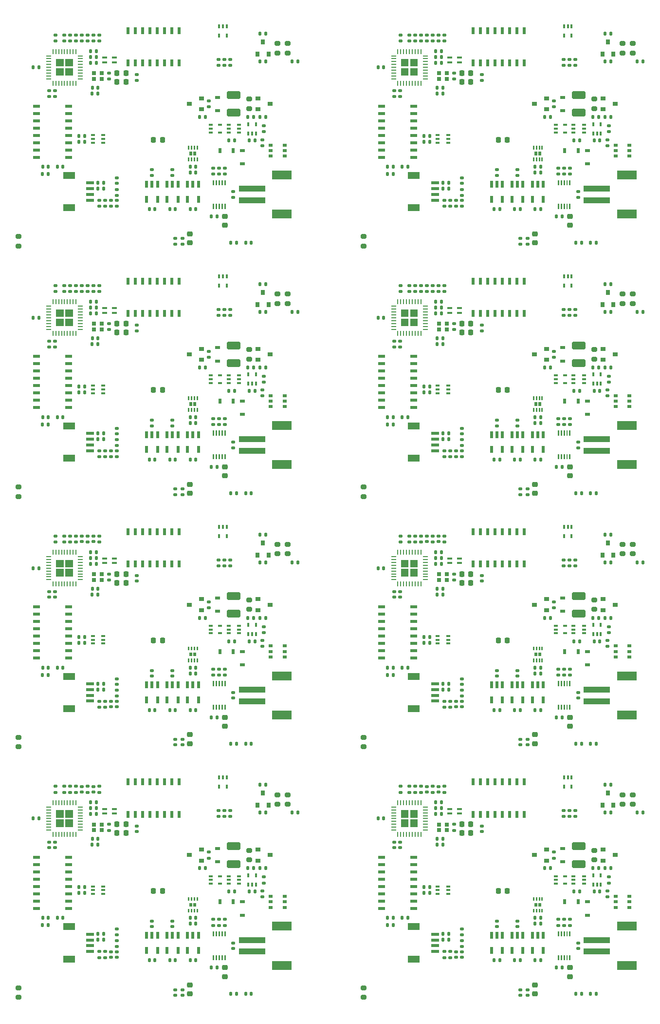
<source format=gbp>
%TF.GenerationSoftware,KiCad,Pcbnew,8.0.2*%
%TF.CreationDate,2024-05-03T15:19:12-06:00*%
%TF.ProjectId,SparkFun_RTK_Facet_mosaic_panelized,53706172-6b46-4756-9e5f-52544b5f4661,rev?*%
%TF.SameCoordinates,Original*%
%TF.FileFunction,Paste,Bot*%
%TF.FilePolarity,Positive*%
%FSLAX46Y46*%
G04 Gerber Fmt 4.6, Leading zero omitted, Abs format (unit mm)*
G04 Created by KiCad (PCBNEW 8.0.2) date 2024-05-03 15:19:12*
%MOMM*%
%LPD*%
G01*
G04 APERTURE LIST*
G04 Aperture macros list*
%AMRoundRect*
0 Rectangle with rounded corners*
0 $1 Rounding radius*
0 $2 $3 $4 $5 $6 $7 $8 $9 X,Y pos of 4 corners*
0 Add a 4 corners polygon primitive as box body*
4,1,4,$2,$3,$4,$5,$6,$7,$8,$9,$2,$3,0*
0 Add four circle primitives for the rounded corners*
1,1,$1+$1,$2,$3*
1,1,$1+$1,$4,$5*
1,1,$1+$1,$6,$7*
1,1,$1+$1,$8,$9*
0 Add four rect primitives between the rounded corners*
20,1,$1+$1,$2,$3,$4,$5,0*
20,1,$1+$1,$4,$5,$6,$7,0*
20,1,$1+$1,$6,$7,$8,$9,0*
20,1,$1+$1,$8,$9,$2,$3,0*%
G04 Aperture macros list end*
%ADD10C,0.000000*%
%ADD11RoundRect,0.140000X-0.170000X0.140000X-0.170000X-0.140000X0.170000X-0.140000X0.170000X0.140000X0*%
%ADD12RoundRect,0.140000X0.170000X-0.140000X0.170000X0.140000X-0.170000X0.140000X-0.170000X-0.140000X0*%
%ADD13RoundRect,0.140000X-0.140000X-0.170000X0.140000X-0.170000X0.140000X0.170000X-0.140000X0.170000X0*%
%ADD14RoundRect,0.135000X0.135000X0.185000X-0.135000X0.185000X-0.135000X-0.185000X0.135000X-0.185000X0*%
%ADD15RoundRect,0.135000X-0.135000X-0.185000X0.135000X-0.185000X0.135000X0.185000X-0.135000X0.185000X0*%
%ADD16RoundRect,0.200000X-0.275000X0.200000X-0.275000X-0.200000X0.275000X-0.200000X0.275000X0.200000X0*%
%ADD17RoundRect,0.135000X-0.185000X0.135000X-0.185000X-0.135000X0.185000X-0.135000X0.185000X0.135000X0*%
%ADD18RoundRect,0.135000X0.185000X-0.135000X0.185000X0.135000X-0.185000X0.135000X-0.185000X-0.135000X0*%
%ADD19RoundRect,0.225000X-0.225000X-0.250000X0.225000X-0.250000X0.225000X0.250000X-0.225000X0.250000X0*%
%ADD20R,0.900000X0.800000*%
%ADD21RoundRect,0.225000X-0.250000X0.225000X-0.250000X-0.225000X0.250000X-0.225000X0.250000X0.225000X0*%
%ADD22R,0.800000X0.900000*%
%ADD23R,0.660000X0.300000*%
%ADD24R,0.550000X1.200000*%
%ADD25RoundRect,0.140000X0.140000X0.170000X-0.140000X0.170000X-0.140000X-0.170000X0.140000X-0.170000X0*%
%ADD26R,0.600000X1.200000*%
%ADD27RoundRect,0.225000X0.225000X0.250000X-0.225000X0.250000X-0.225000X-0.250000X0.225000X-0.250000X0*%
%ADD28R,0.630000X0.830000*%
%ADD29R,1.200000X0.600000*%
%ADD30R,0.300000X0.700000*%
%ADD31R,1.350000X0.600000*%
%ADD32R,2.000000X1.200000*%
%ADD33RoundRect,0.200000X0.275000X-0.200000X0.275000X0.200000X-0.275000X0.200000X-0.275000X-0.200000X0*%
%ADD34R,0.750000X0.700000*%
%ADD35R,0.830000X0.630000*%
%ADD36R,0.900000X0.400000*%
%ADD37RoundRect,0.250000X0.925000X-0.412500X0.925000X0.412500X-0.925000X0.412500X-0.925000X-0.412500X0*%
%ADD38R,0.800000X0.550000*%
%ADD39R,0.700000X0.300000*%
%ADD40R,0.280000X0.900000*%
%ADD41R,0.900000X0.280000*%
%ADD42R,4.600000X1.000000*%
%ADD43R,3.400000X1.600000*%
G04 APERTURE END LIST*
D10*
%TO.C,U10*%
G36*
X37225000Y142285000D02*
G01*
X36975000Y142285000D01*
X36975000Y143160000D01*
X37225000Y143160000D01*
X37225000Y142285000D01*
G37*
G36*
X37225000Y138160000D02*
G01*
X36975000Y138160000D01*
X36975000Y139035000D01*
X37225000Y139035000D01*
X37225000Y138160000D01*
G37*
G36*
X37725000Y142285000D02*
G01*
X37475000Y142285000D01*
X37475000Y143160000D01*
X37725000Y143160000D01*
X37725000Y142285000D01*
G37*
G36*
X37725000Y138160000D02*
G01*
X37475000Y138160000D01*
X37475000Y139035000D01*
X37725000Y139035000D01*
X37725000Y138160000D01*
G37*
G36*
X38225000Y142285000D02*
G01*
X37975000Y142285000D01*
X37975000Y143160000D01*
X38225000Y143160000D01*
X38225000Y142285000D01*
G37*
G36*
X38225000Y138160000D02*
G01*
X37975000Y138160000D01*
X37975000Y139035000D01*
X38225000Y139035000D01*
X38225000Y138160000D01*
G37*
G36*
X38725000Y142285000D02*
G01*
X38475000Y142285000D01*
X38475000Y143160000D01*
X38725000Y143160000D01*
X38725000Y142285000D01*
G37*
G36*
X38725000Y138160000D02*
G01*
X38475000Y138160000D01*
X38475000Y139035000D01*
X38725000Y139035000D01*
X38725000Y138160000D01*
G37*
G36*
X39225000Y142285000D02*
G01*
X38975000Y142285000D01*
X38975000Y143160000D01*
X39225000Y143160000D01*
X39225000Y142285000D01*
G37*
G36*
X39225000Y138160000D02*
G01*
X38975000Y138160000D01*
X38975000Y139035000D01*
X39225000Y139035000D01*
X39225000Y138160000D01*
G37*
G36*
X97225000Y11785000D02*
G01*
X96975000Y11785000D01*
X96975000Y12660000D01*
X97225000Y12660000D01*
X97225000Y11785000D01*
G37*
G36*
X97225000Y7660000D02*
G01*
X96975000Y7660000D01*
X96975000Y8535000D01*
X97225000Y8535000D01*
X97225000Y7660000D01*
G37*
G36*
X97725000Y11785000D02*
G01*
X97475000Y11785000D01*
X97475000Y12660000D01*
X97725000Y12660000D01*
X97725000Y11785000D01*
G37*
G36*
X97725000Y7660000D02*
G01*
X97475000Y7660000D01*
X97475000Y8535000D01*
X97725000Y8535000D01*
X97725000Y7660000D01*
G37*
G36*
X98225000Y11785000D02*
G01*
X97975000Y11785000D01*
X97975000Y12660000D01*
X98225000Y12660000D01*
X98225000Y11785000D01*
G37*
G36*
X98225000Y7660000D02*
G01*
X97975000Y7660000D01*
X97975000Y8535000D01*
X98225000Y8535000D01*
X98225000Y7660000D01*
G37*
G36*
X98725000Y11785000D02*
G01*
X98475000Y11785000D01*
X98475000Y12660000D01*
X98725000Y12660000D01*
X98725000Y11785000D01*
G37*
G36*
X98725000Y7660000D02*
G01*
X98475000Y7660000D01*
X98475000Y8535000D01*
X98725000Y8535000D01*
X98725000Y7660000D01*
G37*
G36*
X99225000Y11785000D02*
G01*
X98975000Y11785000D01*
X98975000Y12660000D01*
X99225000Y12660000D01*
X99225000Y11785000D01*
G37*
G36*
X99225000Y7660000D02*
G01*
X98975000Y7660000D01*
X98975000Y8535000D01*
X99225000Y8535000D01*
X99225000Y7660000D01*
G37*
G36*
X37225000Y55285000D02*
G01*
X36975000Y55285000D01*
X36975000Y56160000D01*
X37225000Y56160000D01*
X37225000Y55285000D01*
G37*
G36*
X37225000Y51160000D02*
G01*
X36975000Y51160000D01*
X36975000Y52035000D01*
X37225000Y52035000D01*
X37225000Y51160000D01*
G37*
G36*
X37725000Y55285000D02*
G01*
X37475000Y55285000D01*
X37475000Y56160000D01*
X37725000Y56160000D01*
X37725000Y55285000D01*
G37*
G36*
X37725000Y51160000D02*
G01*
X37475000Y51160000D01*
X37475000Y52035000D01*
X37725000Y52035000D01*
X37725000Y51160000D01*
G37*
G36*
X38225000Y55285000D02*
G01*
X37975000Y55285000D01*
X37975000Y56160000D01*
X38225000Y56160000D01*
X38225000Y55285000D01*
G37*
G36*
X38225000Y51160000D02*
G01*
X37975000Y51160000D01*
X37975000Y52035000D01*
X38225000Y52035000D01*
X38225000Y51160000D01*
G37*
G36*
X38725000Y55285000D02*
G01*
X38475000Y55285000D01*
X38475000Y56160000D01*
X38725000Y56160000D01*
X38725000Y55285000D01*
G37*
G36*
X38725000Y51160000D02*
G01*
X38475000Y51160000D01*
X38475000Y52035000D01*
X38725000Y52035000D01*
X38725000Y51160000D01*
G37*
G36*
X39225000Y55285000D02*
G01*
X38975000Y55285000D01*
X38975000Y56160000D01*
X39225000Y56160000D01*
X39225000Y55285000D01*
G37*
G36*
X39225000Y51160000D02*
G01*
X38975000Y51160000D01*
X38975000Y52035000D01*
X39225000Y52035000D01*
X39225000Y51160000D01*
G37*
G36*
X37225000Y98785000D02*
G01*
X36975000Y98785000D01*
X36975000Y99660000D01*
X37225000Y99660000D01*
X37225000Y98785000D01*
G37*
G36*
X37225000Y94660000D02*
G01*
X36975000Y94660000D01*
X36975000Y95535000D01*
X37225000Y95535000D01*
X37225000Y94660000D01*
G37*
G36*
X37725000Y98785000D02*
G01*
X37475000Y98785000D01*
X37475000Y99660000D01*
X37725000Y99660000D01*
X37725000Y98785000D01*
G37*
G36*
X37725000Y94660000D02*
G01*
X37475000Y94660000D01*
X37475000Y95535000D01*
X37725000Y95535000D01*
X37725000Y94660000D01*
G37*
G36*
X38225000Y98785000D02*
G01*
X37975000Y98785000D01*
X37975000Y99660000D01*
X38225000Y99660000D01*
X38225000Y98785000D01*
G37*
G36*
X38225000Y94660000D02*
G01*
X37975000Y94660000D01*
X37975000Y95535000D01*
X38225000Y95535000D01*
X38225000Y94660000D01*
G37*
G36*
X38725000Y98785000D02*
G01*
X38475000Y98785000D01*
X38475000Y99660000D01*
X38725000Y99660000D01*
X38725000Y98785000D01*
G37*
G36*
X38725000Y94660000D02*
G01*
X38475000Y94660000D01*
X38475000Y95535000D01*
X38725000Y95535000D01*
X38725000Y94660000D01*
G37*
G36*
X39225000Y98785000D02*
G01*
X38975000Y98785000D01*
X38975000Y99660000D01*
X39225000Y99660000D01*
X39225000Y98785000D01*
G37*
G36*
X39225000Y94660000D02*
G01*
X38975000Y94660000D01*
X38975000Y95535000D01*
X39225000Y95535000D01*
X39225000Y94660000D01*
G37*
G36*
X97225000Y98785000D02*
G01*
X96975000Y98785000D01*
X96975000Y99660000D01*
X97225000Y99660000D01*
X97225000Y98785000D01*
G37*
G36*
X97225000Y94660000D02*
G01*
X96975000Y94660000D01*
X96975000Y95535000D01*
X97225000Y95535000D01*
X97225000Y94660000D01*
G37*
G36*
X97725000Y98785000D02*
G01*
X97475000Y98785000D01*
X97475000Y99660000D01*
X97725000Y99660000D01*
X97725000Y98785000D01*
G37*
G36*
X97725000Y94660000D02*
G01*
X97475000Y94660000D01*
X97475000Y95535000D01*
X97725000Y95535000D01*
X97725000Y94660000D01*
G37*
G36*
X98225000Y98785000D02*
G01*
X97975000Y98785000D01*
X97975000Y99660000D01*
X98225000Y99660000D01*
X98225000Y98785000D01*
G37*
G36*
X98225000Y94660000D02*
G01*
X97975000Y94660000D01*
X97975000Y95535000D01*
X98225000Y95535000D01*
X98225000Y94660000D01*
G37*
G36*
X98725000Y98785000D02*
G01*
X98475000Y98785000D01*
X98475000Y99660000D01*
X98725000Y99660000D01*
X98725000Y98785000D01*
G37*
G36*
X98725000Y94660000D02*
G01*
X98475000Y94660000D01*
X98475000Y95535000D01*
X98725000Y95535000D01*
X98725000Y94660000D01*
G37*
G36*
X99225000Y98785000D02*
G01*
X98975000Y98785000D01*
X98975000Y99660000D01*
X99225000Y99660000D01*
X99225000Y98785000D01*
G37*
G36*
X99225000Y94660000D02*
G01*
X98975000Y94660000D01*
X98975000Y95535000D01*
X99225000Y95535000D01*
X99225000Y94660000D01*
G37*
G36*
X97225000Y55285000D02*
G01*
X96975000Y55285000D01*
X96975000Y56160000D01*
X97225000Y56160000D01*
X97225000Y55285000D01*
G37*
G36*
X97225000Y51160000D02*
G01*
X96975000Y51160000D01*
X96975000Y52035000D01*
X97225000Y52035000D01*
X97225000Y51160000D01*
G37*
G36*
X97725000Y55285000D02*
G01*
X97475000Y55285000D01*
X97475000Y56160000D01*
X97725000Y56160000D01*
X97725000Y55285000D01*
G37*
G36*
X97725000Y51160000D02*
G01*
X97475000Y51160000D01*
X97475000Y52035000D01*
X97725000Y52035000D01*
X97725000Y51160000D01*
G37*
G36*
X98225000Y55285000D02*
G01*
X97975000Y55285000D01*
X97975000Y56160000D01*
X98225000Y56160000D01*
X98225000Y55285000D01*
G37*
G36*
X98225000Y51160000D02*
G01*
X97975000Y51160000D01*
X97975000Y52035000D01*
X98225000Y52035000D01*
X98225000Y51160000D01*
G37*
G36*
X98725000Y55285000D02*
G01*
X98475000Y55285000D01*
X98475000Y56160000D01*
X98725000Y56160000D01*
X98725000Y55285000D01*
G37*
G36*
X98725000Y51160000D02*
G01*
X98475000Y51160000D01*
X98475000Y52035000D01*
X98725000Y52035000D01*
X98725000Y51160000D01*
G37*
G36*
X99225000Y55285000D02*
G01*
X98975000Y55285000D01*
X98975000Y56160000D01*
X99225000Y56160000D01*
X99225000Y55285000D01*
G37*
G36*
X99225000Y51160000D02*
G01*
X98975000Y51160000D01*
X98975000Y52035000D01*
X99225000Y52035000D01*
X99225000Y51160000D01*
G37*
G36*
X97225000Y142285000D02*
G01*
X96975000Y142285000D01*
X96975000Y143160000D01*
X97225000Y143160000D01*
X97225000Y142285000D01*
G37*
G36*
X97225000Y138160000D02*
G01*
X96975000Y138160000D01*
X96975000Y139035000D01*
X97225000Y139035000D01*
X97225000Y138160000D01*
G37*
G36*
X97725000Y142285000D02*
G01*
X97475000Y142285000D01*
X97475000Y143160000D01*
X97725000Y143160000D01*
X97725000Y142285000D01*
G37*
G36*
X97725000Y138160000D02*
G01*
X97475000Y138160000D01*
X97475000Y139035000D01*
X97725000Y139035000D01*
X97725000Y138160000D01*
G37*
G36*
X98225000Y142285000D02*
G01*
X97975000Y142285000D01*
X97975000Y143160000D01*
X98225000Y143160000D01*
X98225000Y142285000D01*
G37*
G36*
X98225000Y138160000D02*
G01*
X97975000Y138160000D01*
X97975000Y139035000D01*
X98225000Y139035000D01*
X98225000Y138160000D01*
G37*
G36*
X98725000Y142285000D02*
G01*
X98475000Y142285000D01*
X98475000Y143160000D01*
X98725000Y143160000D01*
X98725000Y142285000D01*
G37*
G36*
X98725000Y138160000D02*
G01*
X98475000Y138160000D01*
X98475000Y139035000D01*
X98725000Y139035000D01*
X98725000Y138160000D01*
G37*
G36*
X99225000Y142285000D02*
G01*
X98975000Y142285000D01*
X98975000Y143160000D01*
X99225000Y143160000D01*
X99225000Y142285000D01*
G37*
G36*
X99225000Y138160000D02*
G01*
X98975000Y138160000D01*
X98975000Y139035000D01*
X99225000Y139035000D01*
X99225000Y138160000D01*
G37*
G36*
X37225000Y11785000D02*
G01*
X36975000Y11785000D01*
X36975000Y12660000D01*
X37225000Y12660000D01*
X37225000Y11785000D01*
G37*
G36*
X37225000Y7660000D02*
G01*
X36975000Y7660000D01*
X36975000Y8535000D01*
X37225000Y8535000D01*
X37225000Y7660000D01*
G37*
G36*
X37725000Y11785000D02*
G01*
X37475000Y11785000D01*
X37475000Y12660000D01*
X37725000Y12660000D01*
X37725000Y11785000D01*
G37*
G36*
X37725000Y7660000D02*
G01*
X37475000Y7660000D01*
X37475000Y8535000D01*
X37725000Y8535000D01*
X37725000Y7660000D01*
G37*
G36*
X38225000Y11785000D02*
G01*
X37975000Y11785000D01*
X37975000Y12660000D01*
X38225000Y12660000D01*
X38225000Y11785000D01*
G37*
G36*
X38225000Y7660000D02*
G01*
X37975000Y7660000D01*
X37975000Y8535000D01*
X38225000Y8535000D01*
X38225000Y7660000D01*
G37*
G36*
X38725000Y11785000D02*
G01*
X38475000Y11785000D01*
X38475000Y12660000D01*
X38725000Y12660000D01*
X38725000Y11785000D01*
G37*
G36*
X38725000Y7660000D02*
G01*
X38475000Y7660000D01*
X38475000Y8535000D01*
X38725000Y8535000D01*
X38725000Y7660000D01*
G37*
G36*
X39225000Y11785000D02*
G01*
X38975000Y11785000D01*
X38975000Y12660000D01*
X39225000Y12660000D01*
X39225000Y11785000D01*
G37*
G36*
X39225000Y7660000D02*
G01*
X38975000Y7660000D01*
X38975000Y8535000D01*
X39225000Y8535000D01*
X39225000Y7660000D01*
G37*
%TO.C,U9*%
G36*
X71026000Y117808000D02*
G01*
X69726000Y117808000D01*
X69726000Y119108000D01*
X71026000Y119108000D01*
X71026000Y117808000D01*
G37*
G36*
X71026000Y119408000D02*
G01*
X69726000Y119408000D01*
X69726000Y120708000D01*
X71026000Y120708000D01*
X71026000Y119408000D01*
G37*
G36*
X72626000Y117808000D02*
G01*
X71326000Y117808000D01*
X71326000Y119108000D01*
X72626000Y119108000D01*
X72626000Y117808000D01*
G37*
G36*
X72626000Y119408000D02*
G01*
X71326000Y119408000D01*
X71326000Y120708000D01*
X72626000Y120708000D01*
X72626000Y119408000D01*
G37*
G36*
X11026000Y117808000D02*
G01*
X9726000Y117808000D01*
X9726000Y119108000D01*
X11026000Y119108000D01*
X11026000Y117808000D01*
G37*
G36*
X11026000Y119408000D02*
G01*
X9726000Y119408000D01*
X9726000Y120708000D01*
X11026000Y120708000D01*
X11026000Y119408000D01*
G37*
G36*
X12626000Y117808000D02*
G01*
X11326000Y117808000D01*
X11326000Y119108000D01*
X12626000Y119108000D01*
X12626000Y117808000D01*
G37*
G36*
X12626000Y119408000D02*
G01*
X11326000Y119408000D01*
X11326000Y120708000D01*
X12626000Y120708000D01*
X12626000Y119408000D01*
G37*
G36*
X71026000Y74308000D02*
G01*
X69726000Y74308000D01*
X69726000Y75608000D01*
X71026000Y75608000D01*
X71026000Y74308000D01*
G37*
G36*
X71026000Y75908000D02*
G01*
X69726000Y75908000D01*
X69726000Y77208000D01*
X71026000Y77208000D01*
X71026000Y75908000D01*
G37*
G36*
X72626000Y74308000D02*
G01*
X71326000Y74308000D01*
X71326000Y75608000D01*
X72626000Y75608000D01*
X72626000Y74308000D01*
G37*
G36*
X72626000Y75908000D02*
G01*
X71326000Y75908000D01*
X71326000Y77208000D01*
X72626000Y77208000D01*
X72626000Y75908000D01*
G37*
G36*
X11026000Y161308000D02*
G01*
X9726000Y161308000D01*
X9726000Y162608000D01*
X11026000Y162608000D01*
X11026000Y161308000D01*
G37*
G36*
X11026000Y162908000D02*
G01*
X9726000Y162908000D01*
X9726000Y164208000D01*
X11026000Y164208000D01*
X11026000Y162908000D01*
G37*
G36*
X12626000Y161308000D02*
G01*
X11326000Y161308000D01*
X11326000Y162608000D01*
X12626000Y162608000D01*
X12626000Y161308000D01*
G37*
G36*
X12626000Y162908000D02*
G01*
X11326000Y162908000D01*
X11326000Y164208000D01*
X12626000Y164208000D01*
X12626000Y162908000D01*
G37*
G36*
X71026000Y30808000D02*
G01*
X69726000Y30808000D01*
X69726000Y32108000D01*
X71026000Y32108000D01*
X71026000Y30808000D01*
G37*
G36*
X71026000Y32408000D02*
G01*
X69726000Y32408000D01*
X69726000Y33708000D01*
X71026000Y33708000D01*
X71026000Y32408000D01*
G37*
G36*
X72626000Y30808000D02*
G01*
X71326000Y30808000D01*
X71326000Y32108000D01*
X72626000Y32108000D01*
X72626000Y30808000D01*
G37*
G36*
X72626000Y32408000D02*
G01*
X71326000Y32408000D01*
X71326000Y33708000D01*
X72626000Y33708000D01*
X72626000Y32408000D01*
G37*
G36*
X71026000Y161308000D02*
G01*
X69726000Y161308000D01*
X69726000Y162608000D01*
X71026000Y162608000D01*
X71026000Y161308000D01*
G37*
G36*
X71026000Y162908000D02*
G01*
X69726000Y162908000D01*
X69726000Y164208000D01*
X71026000Y164208000D01*
X71026000Y162908000D01*
G37*
G36*
X72626000Y161308000D02*
G01*
X71326000Y161308000D01*
X71326000Y162608000D01*
X72626000Y162608000D01*
X72626000Y161308000D01*
G37*
G36*
X72626000Y162908000D02*
G01*
X71326000Y162908000D01*
X71326000Y164208000D01*
X72626000Y164208000D01*
X72626000Y162908000D01*
G37*
G36*
X11026000Y74308000D02*
G01*
X9726000Y74308000D01*
X9726000Y75608000D01*
X11026000Y75608000D01*
X11026000Y74308000D01*
G37*
G36*
X11026000Y75908000D02*
G01*
X9726000Y75908000D01*
X9726000Y77208000D01*
X11026000Y77208000D01*
X11026000Y75908000D01*
G37*
G36*
X12626000Y74308000D02*
G01*
X11326000Y74308000D01*
X11326000Y75608000D01*
X12626000Y75608000D01*
X12626000Y74308000D01*
G37*
G36*
X12626000Y75908000D02*
G01*
X11326000Y75908000D01*
X11326000Y77208000D01*
X12626000Y77208000D01*
X12626000Y75908000D01*
G37*
G36*
X11026000Y30808000D02*
G01*
X9726000Y30808000D01*
X9726000Y32108000D01*
X11026000Y32108000D01*
X11026000Y30808000D01*
G37*
G36*
X11026000Y32408000D02*
G01*
X9726000Y32408000D01*
X9726000Y33708000D01*
X11026000Y33708000D01*
X11026000Y32408000D01*
G37*
G36*
X12626000Y30808000D02*
G01*
X11326000Y30808000D01*
X11326000Y32108000D01*
X12626000Y32108000D01*
X12626000Y30808000D01*
G37*
G36*
X12626000Y32408000D02*
G01*
X11326000Y32408000D01*
X11326000Y33708000D01*
X12626000Y33708000D01*
X12626000Y32408000D01*
G37*
%TO.C,U4*%
G36*
X92903000Y17972000D02*
G01*
X92653000Y17972000D01*
X92653000Y18609500D01*
X92903000Y18609500D01*
X92903000Y17972000D01*
G37*
G36*
X92903000Y15934500D02*
G01*
X92653000Y15934500D01*
X92653000Y16572000D01*
X92903000Y16572000D01*
X92903000Y15934500D01*
G37*
G36*
X93403000Y17972000D02*
G01*
X93153000Y17972000D01*
X93153000Y18609500D01*
X93403000Y18609500D01*
X93403000Y17972000D01*
G37*
G36*
X93403000Y15934500D02*
G01*
X93153000Y15934500D01*
X93153000Y16572000D01*
X93403000Y16572000D01*
X93403000Y15934500D01*
G37*
G36*
X93438000Y16952000D02*
G01*
X92938000Y16952000D01*
X92938000Y17592000D01*
X93438000Y17592000D01*
X93438000Y16952000D01*
G37*
G36*
X93903000Y17972000D02*
G01*
X93653000Y17972000D01*
X93653000Y18609500D01*
X93903000Y18609500D01*
X93903000Y17972000D01*
G37*
G36*
X93903000Y15934500D02*
G01*
X93653000Y15934500D01*
X93653000Y16572000D01*
X93903000Y16572000D01*
X93903000Y15934500D01*
G37*
G36*
X94118000Y16952000D02*
G01*
X93618000Y16952000D01*
X93618000Y17592000D01*
X94118000Y17592000D01*
X94118000Y16952000D01*
G37*
G36*
X94403000Y17972000D02*
G01*
X94153000Y17972000D01*
X94153000Y18609500D01*
X94403000Y18609500D01*
X94403000Y17972000D01*
G37*
G36*
X94403000Y15934500D02*
G01*
X94153000Y15934500D01*
X94153000Y16572000D01*
X94403000Y16572000D01*
X94403000Y15934500D01*
G37*
G36*
X92903000Y104972000D02*
G01*
X92653000Y104972000D01*
X92653000Y105609500D01*
X92903000Y105609500D01*
X92903000Y104972000D01*
G37*
G36*
X92903000Y102934500D02*
G01*
X92653000Y102934500D01*
X92653000Y103572000D01*
X92903000Y103572000D01*
X92903000Y102934500D01*
G37*
G36*
X93403000Y104972000D02*
G01*
X93153000Y104972000D01*
X93153000Y105609500D01*
X93403000Y105609500D01*
X93403000Y104972000D01*
G37*
G36*
X93403000Y102934500D02*
G01*
X93153000Y102934500D01*
X93153000Y103572000D01*
X93403000Y103572000D01*
X93403000Y102934500D01*
G37*
G36*
X93438000Y103952000D02*
G01*
X92938000Y103952000D01*
X92938000Y104592000D01*
X93438000Y104592000D01*
X93438000Y103952000D01*
G37*
G36*
X93903000Y104972000D02*
G01*
X93653000Y104972000D01*
X93653000Y105609500D01*
X93903000Y105609500D01*
X93903000Y104972000D01*
G37*
G36*
X93903000Y102934500D02*
G01*
X93653000Y102934500D01*
X93653000Y103572000D01*
X93903000Y103572000D01*
X93903000Y102934500D01*
G37*
G36*
X94118000Y103952000D02*
G01*
X93618000Y103952000D01*
X93618000Y104592000D01*
X94118000Y104592000D01*
X94118000Y103952000D01*
G37*
G36*
X94403000Y104972000D02*
G01*
X94153000Y104972000D01*
X94153000Y105609500D01*
X94403000Y105609500D01*
X94403000Y104972000D01*
G37*
G36*
X94403000Y102934500D02*
G01*
X94153000Y102934500D01*
X94153000Y103572000D01*
X94403000Y103572000D01*
X94403000Y102934500D01*
G37*
G36*
X32903000Y104972000D02*
G01*
X32653000Y104972000D01*
X32653000Y105609500D01*
X32903000Y105609500D01*
X32903000Y104972000D01*
G37*
G36*
X32903000Y102934500D02*
G01*
X32653000Y102934500D01*
X32653000Y103572000D01*
X32903000Y103572000D01*
X32903000Y102934500D01*
G37*
G36*
X33403000Y104972000D02*
G01*
X33153000Y104972000D01*
X33153000Y105609500D01*
X33403000Y105609500D01*
X33403000Y104972000D01*
G37*
G36*
X33403000Y102934500D02*
G01*
X33153000Y102934500D01*
X33153000Y103572000D01*
X33403000Y103572000D01*
X33403000Y102934500D01*
G37*
G36*
X33438000Y103952000D02*
G01*
X32938000Y103952000D01*
X32938000Y104592000D01*
X33438000Y104592000D01*
X33438000Y103952000D01*
G37*
G36*
X33903000Y104972000D02*
G01*
X33653000Y104972000D01*
X33653000Y105609500D01*
X33903000Y105609500D01*
X33903000Y104972000D01*
G37*
G36*
X33903000Y102934500D02*
G01*
X33653000Y102934500D01*
X33653000Y103572000D01*
X33903000Y103572000D01*
X33903000Y102934500D01*
G37*
G36*
X34118000Y103952000D02*
G01*
X33618000Y103952000D01*
X33618000Y104592000D01*
X34118000Y104592000D01*
X34118000Y103952000D01*
G37*
G36*
X34403000Y104972000D02*
G01*
X34153000Y104972000D01*
X34153000Y105609500D01*
X34403000Y105609500D01*
X34403000Y104972000D01*
G37*
G36*
X34403000Y102934500D02*
G01*
X34153000Y102934500D01*
X34153000Y103572000D01*
X34403000Y103572000D01*
X34403000Y102934500D01*
G37*
G36*
X92903000Y148472000D02*
G01*
X92653000Y148472000D01*
X92653000Y149109500D01*
X92903000Y149109500D01*
X92903000Y148472000D01*
G37*
G36*
X92903000Y146434500D02*
G01*
X92653000Y146434500D01*
X92653000Y147072000D01*
X92903000Y147072000D01*
X92903000Y146434500D01*
G37*
G36*
X93403000Y148472000D02*
G01*
X93153000Y148472000D01*
X93153000Y149109500D01*
X93403000Y149109500D01*
X93403000Y148472000D01*
G37*
G36*
X93403000Y146434500D02*
G01*
X93153000Y146434500D01*
X93153000Y147072000D01*
X93403000Y147072000D01*
X93403000Y146434500D01*
G37*
G36*
X93438000Y147452000D02*
G01*
X92938000Y147452000D01*
X92938000Y148092000D01*
X93438000Y148092000D01*
X93438000Y147452000D01*
G37*
G36*
X93903000Y148472000D02*
G01*
X93653000Y148472000D01*
X93653000Y149109500D01*
X93903000Y149109500D01*
X93903000Y148472000D01*
G37*
G36*
X93903000Y146434500D02*
G01*
X93653000Y146434500D01*
X93653000Y147072000D01*
X93903000Y147072000D01*
X93903000Y146434500D01*
G37*
G36*
X94118000Y147452000D02*
G01*
X93618000Y147452000D01*
X93618000Y148092000D01*
X94118000Y148092000D01*
X94118000Y147452000D01*
G37*
G36*
X94403000Y148472000D02*
G01*
X94153000Y148472000D01*
X94153000Y149109500D01*
X94403000Y149109500D01*
X94403000Y148472000D01*
G37*
G36*
X94403000Y146434500D02*
G01*
X94153000Y146434500D01*
X94153000Y147072000D01*
X94403000Y147072000D01*
X94403000Y146434500D01*
G37*
G36*
X32903000Y61472000D02*
G01*
X32653000Y61472000D01*
X32653000Y62109500D01*
X32903000Y62109500D01*
X32903000Y61472000D01*
G37*
G36*
X32903000Y59434500D02*
G01*
X32653000Y59434500D01*
X32653000Y60072000D01*
X32903000Y60072000D01*
X32903000Y59434500D01*
G37*
G36*
X33403000Y61472000D02*
G01*
X33153000Y61472000D01*
X33153000Y62109500D01*
X33403000Y62109500D01*
X33403000Y61472000D01*
G37*
G36*
X33403000Y59434500D02*
G01*
X33153000Y59434500D01*
X33153000Y60072000D01*
X33403000Y60072000D01*
X33403000Y59434500D01*
G37*
G36*
X33438000Y60452000D02*
G01*
X32938000Y60452000D01*
X32938000Y61092000D01*
X33438000Y61092000D01*
X33438000Y60452000D01*
G37*
G36*
X33903000Y61472000D02*
G01*
X33653000Y61472000D01*
X33653000Y62109500D01*
X33903000Y62109500D01*
X33903000Y61472000D01*
G37*
G36*
X33903000Y59434500D02*
G01*
X33653000Y59434500D01*
X33653000Y60072000D01*
X33903000Y60072000D01*
X33903000Y59434500D01*
G37*
G36*
X34118000Y60452000D02*
G01*
X33618000Y60452000D01*
X33618000Y61092000D01*
X34118000Y61092000D01*
X34118000Y60452000D01*
G37*
G36*
X34403000Y61472000D02*
G01*
X34153000Y61472000D01*
X34153000Y62109500D01*
X34403000Y62109500D01*
X34403000Y61472000D01*
G37*
G36*
X34403000Y59434500D02*
G01*
X34153000Y59434500D01*
X34153000Y60072000D01*
X34403000Y60072000D01*
X34403000Y59434500D01*
G37*
G36*
X32903000Y148472000D02*
G01*
X32653000Y148472000D01*
X32653000Y149109500D01*
X32903000Y149109500D01*
X32903000Y148472000D01*
G37*
G36*
X32903000Y146434500D02*
G01*
X32653000Y146434500D01*
X32653000Y147072000D01*
X32903000Y147072000D01*
X32903000Y146434500D01*
G37*
G36*
X33403000Y148472000D02*
G01*
X33153000Y148472000D01*
X33153000Y149109500D01*
X33403000Y149109500D01*
X33403000Y148472000D01*
G37*
G36*
X33403000Y146434500D02*
G01*
X33153000Y146434500D01*
X33153000Y147072000D01*
X33403000Y147072000D01*
X33403000Y146434500D01*
G37*
G36*
X33438000Y147452000D02*
G01*
X32938000Y147452000D01*
X32938000Y148092000D01*
X33438000Y148092000D01*
X33438000Y147452000D01*
G37*
G36*
X33903000Y148472000D02*
G01*
X33653000Y148472000D01*
X33653000Y149109500D01*
X33903000Y149109500D01*
X33903000Y148472000D01*
G37*
G36*
X33903000Y146434500D02*
G01*
X33653000Y146434500D01*
X33653000Y147072000D01*
X33903000Y147072000D01*
X33903000Y146434500D01*
G37*
G36*
X34118000Y147452000D02*
G01*
X33618000Y147452000D01*
X33618000Y148092000D01*
X34118000Y148092000D01*
X34118000Y147452000D01*
G37*
G36*
X34403000Y148472000D02*
G01*
X34153000Y148472000D01*
X34153000Y149109500D01*
X34403000Y149109500D01*
X34403000Y148472000D01*
G37*
G36*
X34403000Y146434500D02*
G01*
X34153000Y146434500D01*
X34153000Y147072000D01*
X34403000Y147072000D01*
X34403000Y146434500D01*
G37*
G36*
X92903000Y61472000D02*
G01*
X92653000Y61472000D01*
X92653000Y62109500D01*
X92903000Y62109500D01*
X92903000Y61472000D01*
G37*
G36*
X92903000Y59434500D02*
G01*
X92653000Y59434500D01*
X92653000Y60072000D01*
X92903000Y60072000D01*
X92903000Y59434500D01*
G37*
G36*
X93403000Y61472000D02*
G01*
X93153000Y61472000D01*
X93153000Y62109500D01*
X93403000Y62109500D01*
X93403000Y61472000D01*
G37*
G36*
X93403000Y59434500D02*
G01*
X93153000Y59434500D01*
X93153000Y60072000D01*
X93403000Y60072000D01*
X93403000Y59434500D01*
G37*
G36*
X93438000Y60452000D02*
G01*
X92938000Y60452000D01*
X92938000Y61092000D01*
X93438000Y61092000D01*
X93438000Y60452000D01*
G37*
G36*
X93903000Y61472000D02*
G01*
X93653000Y61472000D01*
X93653000Y62109500D01*
X93903000Y62109500D01*
X93903000Y61472000D01*
G37*
G36*
X93903000Y59434500D02*
G01*
X93653000Y59434500D01*
X93653000Y60072000D01*
X93903000Y60072000D01*
X93903000Y59434500D01*
G37*
G36*
X94118000Y60452000D02*
G01*
X93618000Y60452000D01*
X93618000Y61092000D01*
X94118000Y61092000D01*
X94118000Y60452000D01*
G37*
G36*
X94403000Y61472000D02*
G01*
X94153000Y61472000D01*
X94153000Y62109500D01*
X94403000Y62109500D01*
X94403000Y61472000D01*
G37*
G36*
X94403000Y59434500D02*
G01*
X94153000Y59434500D01*
X94153000Y60072000D01*
X94403000Y60072000D01*
X94403000Y59434500D01*
G37*
G36*
X32903000Y17972000D02*
G01*
X32653000Y17972000D01*
X32653000Y18609500D01*
X32903000Y18609500D01*
X32903000Y17972000D01*
G37*
G36*
X32903000Y15934500D02*
G01*
X32653000Y15934500D01*
X32653000Y16572000D01*
X32903000Y16572000D01*
X32903000Y15934500D01*
G37*
G36*
X33403000Y17972000D02*
G01*
X33153000Y17972000D01*
X33153000Y18609500D01*
X33403000Y18609500D01*
X33403000Y17972000D01*
G37*
G36*
X33403000Y15934500D02*
G01*
X33153000Y15934500D01*
X33153000Y16572000D01*
X33403000Y16572000D01*
X33403000Y15934500D01*
G37*
G36*
X33438000Y16952000D02*
G01*
X32938000Y16952000D01*
X32938000Y17592000D01*
X33438000Y17592000D01*
X33438000Y16952000D01*
G37*
G36*
X33903000Y17972000D02*
G01*
X33653000Y17972000D01*
X33653000Y18609500D01*
X33903000Y18609500D01*
X33903000Y17972000D01*
G37*
G36*
X33903000Y15934500D02*
G01*
X33653000Y15934500D01*
X33653000Y16572000D01*
X33903000Y16572000D01*
X33903000Y15934500D01*
G37*
G36*
X34118000Y16952000D02*
G01*
X33618000Y16952000D01*
X33618000Y17592000D01*
X34118000Y17592000D01*
X34118000Y16952000D01*
G37*
G36*
X34403000Y17972000D02*
G01*
X34153000Y17972000D01*
X34153000Y18609500D01*
X34403000Y18609500D01*
X34403000Y17972000D01*
G37*
G36*
X34403000Y15934500D02*
G01*
X34153000Y15934500D01*
X34153000Y16572000D01*
X34403000Y16572000D01*
X34403000Y15934500D01*
G37*
%TD*%
D11*
%TO.C,C27*%
X90480000Y89512000D03*
X90480000Y88552000D03*
%TD*%
%TO.C,C27*%
X90480000Y2512000D03*
X90480000Y1552000D03*
%TD*%
%TO.C,C27*%
X30480000Y89512000D03*
X30480000Y88552000D03*
%TD*%
%TO.C,C27*%
X90480000Y46012000D03*
X90480000Y45052000D03*
%TD*%
%TO.C,C27*%
X90480000Y133012000D03*
X90480000Y132052000D03*
%TD*%
%TO.C,C27*%
X30480000Y46012000D03*
X30480000Y45052000D03*
%TD*%
%TO.C,C27*%
X30480000Y133012000D03*
X30480000Y132052000D03*
%TD*%
%TO.C,C27*%
X30480000Y2512000D03*
X30480000Y1552000D03*
%TD*%
%TO.C,C1*%
X79304000Y96116000D03*
X79304000Y95156000D03*
%TD*%
%TO.C,C1*%
X19304000Y52616000D03*
X19304000Y51656000D03*
%TD*%
%TO.C,C1*%
X19304000Y96116000D03*
X19304000Y95156000D03*
%TD*%
%TO.C,C1*%
X19304000Y139616000D03*
X19304000Y138656000D03*
%TD*%
%TO.C,C1*%
X79304000Y9116000D03*
X79304000Y8156000D03*
%TD*%
%TO.C,C1*%
X79304000Y52616000D03*
X79304000Y51656000D03*
%TD*%
%TO.C,C1*%
X79304000Y139616000D03*
X79304000Y138656000D03*
%TD*%
%TO.C,C1*%
X19304000Y9116000D03*
X19304000Y8156000D03*
%TD*%
D12*
%TO.C,C8*%
X20320000Y55593000D03*
X20320000Y56553000D03*
%TD*%
%TO.C,C8*%
X80320000Y12093000D03*
X80320000Y13053000D03*
%TD*%
%TO.C,C8*%
X80320000Y55593000D03*
X80320000Y56553000D03*
%TD*%
%TO.C,C8*%
X80320000Y99093000D03*
X80320000Y100053000D03*
%TD*%
%TO.C,C8*%
X20320000Y99093000D03*
X20320000Y100053000D03*
%TD*%
%TO.C,C8*%
X80320000Y142593000D03*
X80320000Y143553000D03*
%TD*%
%TO.C,C8*%
X20320000Y142593000D03*
X20320000Y143553000D03*
%TD*%
%TO.C,C8*%
X20320000Y12093000D03*
X20320000Y13053000D03*
%TD*%
D13*
%TO.C,C23*%
X25936000Y94620000D03*
X26896000Y94620000D03*
%TD*%
%TO.C,C23*%
X25936000Y51120000D03*
X26896000Y51120000D03*
%TD*%
%TO.C,C23*%
X25936000Y138120000D03*
X26896000Y138120000D03*
%TD*%
%TO.C,C23*%
X85936000Y94620000D03*
X86896000Y94620000D03*
%TD*%
%TO.C,C23*%
X85936000Y138120000D03*
X86896000Y138120000D03*
%TD*%
%TO.C,C23*%
X85936000Y7620000D03*
X86896000Y7620000D03*
%TD*%
%TO.C,C23*%
X85936000Y51120000D03*
X86896000Y51120000D03*
%TD*%
%TO.C,C23*%
X25936000Y7620000D03*
X26896000Y7620000D03*
%TD*%
D14*
%TO.C,R2*%
X14734000Y63820000D03*
X13714000Y63820000D03*
%TD*%
%TO.C,R2*%
X74734000Y20320000D03*
X73714000Y20320000D03*
%TD*%
%TO.C,R2*%
X74734000Y107320000D03*
X73714000Y107320000D03*
%TD*%
%TO.C,R2*%
X74734000Y150820000D03*
X73714000Y150820000D03*
%TD*%
%TO.C,R2*%
X14734000Y107320000D03*
X13714000Y107320000D03*
%TD*%
%TO.C,R2*%
X74734000Y63820000D03*
X73714000Y63820000D03*
%TD*%
%TO.C,R2*%
X14734000Y150820000D03*
X13714000Y150820000D03*
%TD*%
%TO.C,R2*%
X14734000Y20320000D03*
X13714000Y20320000D03*
%TD*%
D11*
%TO.C,C28*%
X91750000Y2512000D03*
X91750000Y1552000D03*
%TD*%
%TO.C,C28*%
X31750000Y133012000D03*
X31750000Y132052000D03*
%TD*%
%TO.C,C28*%
X31750000Y46012000D03*
X31750000Y45052000D03*
%TD*%
%TO.C,C28*%
X31750000Y89512000D03*
X31750000Y88552000D03*
%TD*%
%TO.C,C28*%
X91750000Y46012000D03*
X91750000Y45052000D03*
%TD*%
%TO.C,C28*%
X91750000Y89512000D03*
X91750000Y88552000D03*
%TD*%
%TO.C,C28*%
X91750000Y133012000D03*
X91750000Y132052000D03*
%TD*%
%TO.C,C28*%
X31750000Y2512000D03*
X31750000Y1552000D03*
%TD*%
D15*
%TO.C,R23*%
X15746000Y78552000D03*
X16766000Y78552000D03*
%TD*%
%TO.C,R23*%
X75746000Y35052000D03*
X76766000Y35052000D03*
%TD*%
%TO.C,R23*%
X75746000Y78552000D03*
X76766000Y78552000D03*
%TD*%
%TO.C,R23*%
X15746000Y165552000D03*
X16766000Y165552000D03*
%TD*%
%TO.C,R23*%
X75746000Y165552000D03*
X76766000Y165552000D03*
%TD*%
%TO.C,R23*%
X75746000Y122052000D03*
X76766000Y122052000D03*
%TD*%
%TO.C,R23*%
X15746000Y122052000D03*
X16766000Y122052000D03*
%TD*%
%TO.C,R23*%
X15746000Y35052000D03*
X16766000Y35052000D03*
%TD*%
D14*
%TO.C,R12*%
X46230000Y120274000D03*
X45210000Y120274000D03*
%TD*%
%TO.C,R12*%
X46230000Y76774000D03*
X45210000Y76774000D03*
%TD*%
%TO.C,R12*%
X106230000Y33274000D03*
X105210000Y33274000D03*
%TD*%
%TO.C,R12*%
X46230000Y163774000D03*
X45210000Y163774000D03*
%TD*%
%TO.C,R12*%
X106230000Y120274000D03*
X105210000Y120274000D03*
%TD*%
%TO.C,R12*%
X106230000Y76774000D03*
X105210000Y76774000D03*
%TD*%
%TO.C,R12*%
X106230000Y163774000D03*
X105210000Y163774000D03*
%TD*%
%TO.C,R12*%
X46230000Y33274000D03*
X45210000Y33274000D03*
%TD*%
D11*
%TO.C,C26*%
X83749000Y161460000D03*
X83749000Y160500000D03*
%TD*%
%TO.C,C26*%
X23749000Y161460000D03*
X23749000Y160500000D03*
%TD*%
%TO.C,C26*%
X23749000Y117960000D03*
X23749000Y117000000D03*
%TD*%
%TO.C,C26*%
X83749000Y74460000D03*
X83749000Y73500000D03*
%TD*%
%TO.C,C26*%
X83749000Y117960000D03*
X83749000Y117000000D03*
%TD*%
%TO.C,C26*%
X23749000Y74460000D03*
X23749000Y73500000D03*
%TD*%
%TO.C,C26*%
X83749000Y30960000D03*
X83749000Y30000000D03*
%TD*%
%TO.C,C26*%
X23749000Y30960000D03*
X23749000Y30000000D03*
%TD*%
%TO.C,C2*%
X20320000Y52616000D03*
X20320000Y51656000D03*
%TD*%
%TO.C,C2*%
X20320000Y96116000D03*
X20320000Y95156000D03*
%TD*%
%TO.C,C2*%
X20320000Y139616000D03*
X20320000Y138656000D03*
%TD*%
%TO.C,C2*%
X80320000Y9116000D03*
X80320000Y8156000D03*
%TD*%
%TO.C,C2*%
X80320000Y52616000D03*
X80320000Y51656000D03*
%TD*%
%TO.C,C2*%
X80320000Y96116000D03*
X80320000Y95156000D03*
%TD*%
%TO.C,C2*%
X80320000Y139616000D03*
X80320000Y138656000D03*
%TD*%
%TO.C,C2*%
X20320000Y9116000D03*
X20320000Y8156000D03*
%TD*%
D16*
%TO.C,R30*%
X3175000Y89857000D03*
X3175000Y88207000D03*
%TD*%
%TO.C,R30*%
X3175000Y46357000D03*
X3175000Y44707000D03*
%TD*%
%TO.C,R30*%
X63175000Y133357000D03*
X63175000Y131707000D03*
%TD*%
%TO.C,R30*%
X63175000Y2857000D03*
X63175000Y1207000D03*
%TD*%
%TO.C,R30*%
X63175000Y46357000D03*
X63175000Y44707000D03*
%TD*%
%TO.C,R30*%
X3175000Y133357000D03*
X3175000Y131707000D03*
%TD*%
%TO.C,R30*%
X63175000Y89857000D03*
X63175000Y88207000D03*
%TD*%
%TO.C,R30*%
X3175000Y2857000D03*
X3175000Y1207000D03*
%TD*%
D17*
%TO.C,R22*%
X45847000Y109100000D03*
X45847000Y108080000D03*
%TD*%
%TO.C,R22*%
X45847000Y65600000D03*
X45847000Y64580000D03*
%TD*%
%TO.C,R22*%
X105847000Y22100000D03*
X105847000Y21080000D03*
%TD*%
%TO.C,R22*%
X105847000Y65600000D03*
X105847000Y64580000D03*
%TD*%
%TO.C,R22*%
X105847000Y109100000D03*
X105847000Y108080000D03*
%TD*%
%TO.C,R22*%
X45847000Y152600000D03*
X45847000Y151580000D03*
%TD*%
%TO.C,R22*%
X105847000Y152600000D03*
X105847000Y151580000D03*
%TD*%
%TO.C,R22*%
X45847000Y22100000D03*
X45847000Y21080000D03*
%TD*%
D14*
%TO.C,R13*%
X106230000Y38100000D03*
X105210000Y38100000D03*
%TD*%
%TO.C,R13*%
X106230000Y168600000D03*
X105210000Y168600000D03*
%TD*%
%TO.C,R13*%
X106230000Y81600000D03*
X105210000Y81600000D03*
%TD*%
%TO.C,R13*%
X46230000Y168600000D03*
X45210000Y168600000D03*
%TD*%
%TO.C,R13*%
X46230000Y81600000D03*
X45210000Y81600000D03*
%TD*%
%TO.C,R13*%
X46230000Y125100000D03*
X45210000Y125100000D03*
%TD*%
%TO.C,R13*%
X106230000Y125100000D03*
X105210000Y125100000D03*
%TD*%
%TO.C,R13*%
X46230000Y38100000D03*
X45210000Y38100000D03*
%TD*%
D18*
%TO.C,R14*%
X9652000Y123828000D03*
X9652000Y124848000D03*
%TD*%
%TO.C,R14*%
X69652000Y36828000D03*
X69652000Y37848000D03*
%TD*%
%TO.C,R14*%
X69652000Y167328000D03*
X69652000Y168348000D03*
%TD*%
%TO.C,R14*%
X69652000Y123828000D03*
X69652000Y124848000D03*
%TD*%
%TO.C,R14*%
X9652000Y80328000D03*
X9652000Y81348000D03*
%TD*%
%TO.C,R14*%
X9652000Y167328000D03*
X9652000Y168348000D03*
%TD*%
%TO.C,R14*%
X69652000Y80328000D03*
X69652000Y81348000D03*
%TD*%
%TO.C,R14*%
X9652000Y36828000D03*
X9652000Y37848000D03*
%TD*%
D19*
%TO.C,C15*%
X80307000Y118242000D03*
X81857000Y118242000D03*
%TD*%
%TO.C,C15*%
X80307000Y31242000D03*
X81857000Y31242000D03*
%TD*%
%TO.C,C15*%
X80307000Y74742000D03*
X81857000Y74742000D03*
%TD*%
%TO.C,C15*%
X20307000Y118242000D03*
X21857000Y118242000D03*
%TD*%
%TO.C,C15*%
X20307000Y161742000D03*
X21857000Y161742000D03*
%TD*%
%TO.C,C15*%
X80307000Y161742000D03*
X81857000Y161742000D03*
%TD*%
%TO.C,C15*%
X20307000Y74742000D03*
X21857000Y74742000D03*
%TD*%
%TO.C,C15*%
X20307000Y31242000D03*
X21857000Y31242000D03*
%TD*%
D20*
%TO.C,Q4*%
X44847000Y68458000D03*
X44847000Y70358000D03*
X46947000Y69408000D03*
%TD*%
%TO.C,Q4*%
X44847000Y111958000D03*
X44847000Y113858000D03*
X46947000Y112908000D03*
%TD*%
%TO.C,Q4*%
X44847000Y155458000D03*
X44847000Y157358000D03*
X46947000Y156408000D03*
%TD*%
%TO.C,Q4*%
X104847000Y155458000D03*
X104847000Y157358000D03*
X106947000Y156408000D03*
%TD*%
%TO.C,Q4*%
X104847000Y111958000D03*
X104847000Y113858000D03*
X106947000Y112908000D03*
%TD*%
%TO.C,Q4*%
X104847000Y24958000D03*
X104847000Y26858000D03*
X106947000Y25908000D03*
%TD*%
%TO.C,Q4*%
X104847000Y68458000D03*
X104847000Y70358000D03*
X106947000Y69408000D03*
%TD*%
%TO.C,Q4*%
X44847000Y24958000D03*
X44847000Y26858000D03*
X46947000Y25908000D03*
%TD*%
D13*
%TO.C,C25*%
X93048000Y51120000D03*
X94008000Y51120000D03*
%TD*%
%TO.C,C25*%
X93048000Y94620000D03*
X94008000Y94620000D03*
%TD*%
%TO.C,C25*%
X33048000Y51120000D03*
X34008000Y51120000D03*
%TD*%
%TO.C,C25*%
X33048000Y94620000D03*
X34008000Y94620000D03*
%TD*%
%TO.C,C25*%
X33048000Y138120000D03*
X34008000Y138120000D03*
%TD*%
%TO.C,C25*%
X93048000Y7620000D03*
X94008000Y7620000D03*
%TD*%
%TO.C,C25*%
X93048000Y138120000D03*
X94008000Y138120000D03*
%TD*%
%TO.C,C25*%
X33048000Y7620000D03*
X34008000Y7620000D03*
%TD*%
D21*
%TO.C,C17*%
X39116000Y49863000D03*
X39116000Y48313000D03*
%TD*%
%TO.C,C17*%
X39116000Y136863000D03*
X39116000Y135313000D03*
%TD*%
%TO.C,C17*%
X99116000Y6363000D03*
X99116000Y4813000D03*
%TD*%
%TO.C,C17*%
X99116000Y93363000D03*
X99116000Y91813000D03*
%TD*%
%TO.C,C17*%
X99116000Y49863000D03*
X99116000Y48313000D03*
%TD*%
%TO.C,C17*%
X99116000Y136863000D03*
X99116000Y135313000D03*
%TD*%
%TO.C,C17*%
X39116000Y93363000D03*
X39116000Y91813000D03*
%TD*%
%TO.C,C17*%
X39116000Y6363000D03*
X39116000Y4813000D03*
%TD*%
D15*
%TO.C,R26*%
X75748000Y164536000D03*
X76768000Y164536000D03*
%TD*%
%TO.C,R26*%
X15748000Y164536000D03*
X16768000Y164536000D03*
%TD*%
%TO.C,R26*%
X75748000Y77536000D03*
X76768000Y77536000D03*
%TD*%
%TO.C,R26*%
X15748000Y121036000D03*
X16768000Y121036000D03*
%TD*%
%TO.C,R26*%
X15748000Y77536000D03*
X16768000Y77536000D03*
%TD*%
%TO.C,R26*%
X75748000Y34036000D03*
X76768000Y34036000D03*
%TD*%
%TO.C,R26*%
X75748000Y121036000D03*
X76768000Y121036000D03*
%TD*%
%TO.C,R26*%
X15748000Y34036000D03*
X16768000Y34036000D03*
%TD*%
D14*
%TO.C,R17*%
X17020000Y114686000D03*
X16000000Y114686000D03*
%TD*%
%TO.C,R17*%
X77020000Y27686000D03*
X76000000Y27686000D03*
%TD*%
%TO.C,R17*%
X77020000Y114686000D03*
X76000000Y114686000D03*
%TD*%
%TO.C,R17*%
X17020000Y71186000D03*
X16000000Y71186000D03*
%TD*%
%TO.C,R17*%
X17020000Y158186000D03*
X16000000Y158186000D03*
%TD*%
%TO.C,R17*%
X77020000Y71186000D03*
X76000000Y71186000D03*
%TD*%
%TO.C,R17*%
X77020000Y158186000D03*
X76000000Y158186000D03*
%TD*%
%TO.C,R17*%
X17020000Y27686000D03*
X16000000Y27686000D03*
%TD*%
D18*
%TO.C,R28*%
X100005000Y32637000D03*
X100005000Y33657000D03*
%TD*%
%TO.C,R28*%
X40005000Y163137000D03*
X40005000Y164157000D03*
%TD*%
%TO.C,R28*%
X40005000Y119637000D03*
X40005000Y120657000D03*
%TD*%
%TO.C,R28*%
X100005000Y119637000D03*
X100005000Y120657000D03*
%TD*%
%TO.C,R28*%
X40005000Y76137000D03*
X40005000Y77157000D03*
%TD*%
%TO.C,R28*%
X100005000Y76137000D03*
X100005000Y77157000D03*
%TD*%
%TO.C,R28*%
X100005000Y163137000D03*
X100005000Y164157000D03*
%TD*%
%TO.C,R28*%
X40005000Y32637000D03*
X40005000Y33657000D03*
%TD*%
D22*
%TO.C,Q3*%
X46670000Y165060000D03*
X44770000Y165060000D03*
X45720000Y167160000D03*
%TD*%
%TO.C,Q3*%
X46670000Y121560000D03*
X44770000Y121560000D03*
X45720000Y123660000D03*
%TD*%
%TO.C,Q3*%
X46670000Y78060000D03*
X44770000Y78060000D03*
X45720000Y80160000D03*
%TD*%
%TO.C,Q3*%
X106670000Y34560000D03*
X104770000Y34560000D03*
X105720000Y36660000D03*
%TD*%
%TO.C,Q3*%
X106670000Y165060000D03*
X104770000Y165060000D03*
X105720000Y167160000D03*
%TD*%
%TO.C,Q3*%
X106670000Y78060000D03*
X104770000Y78060000D03*
X105720000Y80160000D03*
%TD*%
%TO.C,Q3*%
X106670000Y121560000D03*
X104770000Y121560000D03*
X105720000Y123660000D03*
%TD*%
%TO.C,Q3*%
X46670000Y34560000D03*
X44770000Y34560000D03*
X45720000Y36660000D03*
%TD*%
D13*
%TO.C,C13*%
X16030000Y115702000D03*
X16990000Y115702000D03*
%TD*%
%TO.C,C13*%
X76030000Y28702000D03*
X76990000Y28702000D03*
%TD*%
%TO.C,C13*%
X16030000Y72202000D03*
X16990000Y72202000D03*
%TD*%
%TO.C,C13*%
X16030000Y159202000D03*
X16990000Y159202000D03*
%TD*%
%TO.C,C13*%
X76030000Y72202000D03*
X76990000Y72202000D03*
%TD*%
%TO.C,C13*%
X76030000Y115702000D03*
X76990000Y115702000D03*
%TD*%
%TO.C,C13*%
X76030000Y159202000D03*
X76990000Y159202000D03*
%TD*%
%TO.C,C13*%
X16030000Y28702000D03*
X16990000Y28702000D03*
%TD*%
D23*
%TO.C,Q1*%
X77938000Y107462000D03*
X77938000Y106812000D03*
X77938000Y106162000D03*
X76098000Y106162000D03*
X76098000Y106812000D03*
X76098000Y107462000D03*
%TD*%
%TO.C,Q1*%
X77938000Y150962000D03*
X77938000Y150312000D03*
X77938000Y149662000D03*
X76098000Y149662000D03*
X76098000Y150312000D03*
X76098000Y150962000D03*
%TD*%
%TO.C,Q1*%
X17938000Y150962000D03*
X17938000Y150312000D03*
X17938000Y149662000D03*
X16098000Y149662000D03*
X16098000Y150312000D03*
X16098000Y150962000D03*
%TD*%
%TO.C,Q1*%
X77938000Y20462000D03*
X77938000Y19812000D03*
X77938000Y19162000D03*
X76098000Y19162000D03*
X76098000Y19812000D03*
X76098000Y20462000D03*
%TD*%
%TO.C,Q1*%
X77938000Y63962000D03*
X77938000Y63312000D03*
X77938000Y62662000D03*
X76098000Y62662000D03*
X76098000Y63312000D03*
X76098000Y63962000D03*
%TD*%
%TO.C,Q1*%
X17938000Y107462000D03*
X17938000Y106812000D03*
X17938000Y106162000D03*
X16098000Y106162000D03*
X16098000Y106812000D03*
X16098000Y107462000D03*
%TD*%
%TO.C,Q1*%
X17938000Y63962000D03*
X17938000Y63312000D03*
X17938000Y62662000D03*
X16098000Y62662000D03*
X16098000Y63312000D03*
X16098000Y63962000D03*
%TD*%
%TO.C,Q1*%
X17938000Y20462000D03*
X17938000Y19812000D03*
X17938000Y19162000D03*
X16098000Y19162000D03*
X16098000Y19812000D03*
X16098000Y20462000D03*
%TD*%
D12*
%TO.C,C22*%
X26416000Y56990000D03*
X26416000Y57950000D03*
%TD*%
%TO.C,C22*%
X86416000Y100490000D03*
X86416000Y101450000D03*
%TD*%
%TO.C,C22*%
X86416000Y56990000D03*
X86416000Y57950000D03*
%TD*%
%TO.C,C22*%
X86416000Y143990000D03*
X86416000Y144950000D03*
%TD*%
%TO.C,C22*%
X26416000Y100490000D03*
X26416000Y101450000D03*
%TD*%
%TO.C,C22*%
X26416000Y143990000D03*
X26416000Y144950000D03*
%TD*%
%TO.C,C22*%
X86416000Y13490000D03*
X86416000Y14450000D03*
%TD*%
%TO.C,C22*%
X26416000Y13490000D03*
X26416000Y14450000D03*
%TD*%
D17*
%TO.C,R7*%
X78288000Y9146000D03*
X78288000Y8126000D03*
%TD*%
%TO.C,R7*%
X18288000Y96146000D03*
X18288000Y95126000D03*
%TD*%
%TO.C,R7*%
X78288000Y52646000D03*
X78288000Y51626000D03*
%TD*%
%TO.C,R7*%
X18288000Y139646000D03*
X18288000Y138626000D03*
%TD*%
%TO.C,R7*%
X78288000Y96146000D03*
X78288000Y95126000D03*
%TD*%
%TO.C,R7*%
X18288000Y52646000D03*
X18288000Y51626000D03*
%TD*%
%TO.C,R7*%
X78288000Y139646000D03*
X78288000Y138626000D03*
%TD*%
%TO.C,R7*%
X18288000Y9146000D03*
X18288000Y8126000D03*
%TD*%
D23*
%TO.C,U14*%
X41560000Y65740000D03*
X41560000Y65090000D03*
X41560000Y64440000D03*
X39720000Y64440000D03*
X39720000Y65090000D03*
X39720000Y65740000D03*
%TD*%
%TO.C,U14*%
X101560000Y22240000D03*
X101560000Y21590000D03*
X101560000Y20940000D03*
X99720000Y20940000D03*
X99720000Y21590000D03*
X99720000Y22240000D03*
%TD*%
%TO.C,U14*%
X41560000Y109240000D03*
X41560000Y108590000D03*
X41560000Y107940000D03*
X39720000Y107940000D03*
X39720000Y108590000D03*
X39720000Y109240000D03*
%TD*%
%TO.C,U14*%
X41560000Y152740000D03*
X41560000Y152090000D03*
X41560000Y151440000D03*
X39720000Y151440000D03*
X39720000Y152090000D03*
X39720000Y152740000D03*
%TD*%
%TO.C,U14*%
X101560000Y65740000D03*
X101560000Y65090000D03*
X101560000Y64440000D03*
X99720000Y64440000D03*
X99720000Y65090000D03*
X99720000Y65740000D03*
%TD*%
%TO.C,U14*%
X101560000Y109240000D03*
X101560000Y108590000D03*
X101560000Y107940000D03*
X99720000Y107940000D03*
X99720000Y108590000D03*
X99720000Y109240000D03*
%TD*%
%TO.C,U14*%
X101560000Y152740000D03*
X101560000Y152090000D03*
X101560000Y151440000D03*
X99720000Y151440000D03*
X99720000Y152090000D03*
X99720000Y152740000D03*
%TD*%
%TO.C,U14*%
X41560000Y22240000D03*
X41560000Y21590000D03*
X41560000Y20940000D03*
X39720000Y20940000D03*
X39720000Y21590000D03*
X39720000Y22240000D03*
%TD*%
D18*
%TO.C,R15*%
X11176000Y167328000D03*
X11176000Y168348000D03*
%TD*%
%TO.C,R15*%
X71176000Y36828000D03*
X71176000Y37848000D03*
%TD*%
%TO.C,R15*%
X11176000Y80328000D03*
X11176000Y81348000D03*
%TD*%
%TO.C,R15*%
X71176000Y80328000D03*
X71176000Y81348000D03*
%TD*%
%TO.C,R15*%
X11176000Y123828000D03*
X11176000Y124848000D03*
%TD*%
%TO.C,R15*%
X71176000Y167328000D03*
X71176000Y168348000D03*
%TD*%
%TO.C,R15*%
X71176000Y123828000D03*
X71176000Y124848000D03*
%TD*%
%TO.C,R15*%
X11176000Y36828000D03*
X11176000Y37848000D03*
%TD*%
D24*
%TO.C,U11*%
X25466000Y98968100D03*
X26416000Y98968100D03*
X27366000Y98968100D03*
X27366000Y96367900D03*
X25466000Y96367900D03*
%TD*%
%TO.C,U11*%
X85466000Y55468100D03*
X86416000Y55468100D03*
X87366000Y55468100D03*
X87366000Y52867900D03*
X85466000Y52867900D03*
%TD*%
%TO.C,U11*%
X85466000Y142468100D03*
X86416000Y142468100D03*
X87366000Y142468100D03*
X87366000Y139867900D03*
X85466000Y139867900D03*
%TD*%
%TO.C,U11*%
X25466000Y55468100D03*
X26416000Y55468100D03*
X27366000Y55468100D03*
X27366000Y52867900D03*
X25466000Y52867900D03*
%TD*%
%TO.C,U11*%
X25466000Y142468100D03*
X26416000Y142468100D03*
X27366000Y142468100D03*
X27366000Y139867900D03*
X25466000Y139867900D03*
%TD*%
%TO.C,U11*%
X85466000Y11968100D03*
X86416000Y11968100D03*
X87366000Y11968100D03*
X87366000Y9367900D03*
X85466000Y9367900D03*
%TD*%
%TO.C,U11*%
X85466000Y98968100D03*
X86416000Y98968100D03*
X87366000Y98968100D03*
X87366000Y96367900D03*
X85466000Y96367900D03*
%TD*%
%TO.C,U11*%
X25466000Y11968100D03*
X26416000Y11968100D03*
X27366000Y11968100D03*
X27366000Y9367900D03*
X25466000Y9367900D03*
%TD*%
D11*
%TO.C,C7*%
X29972000Y57950000D03*
X29972000Y56990000D03*
%TD*%
%TO.C,C7*%
X29972000Y144950000D03*
X29972000Y143990000D03*
%TD*%
%TO.C,C7*%
X29972000Y101450000D03*
X29972000Y100490000D03*
%TD*%
%TO.C,C7*%
X89972000Y14450000D03*
X89972000Y13490000D03*
%TD*%
%TO.C,C7*%
X89972000Y57950000D03*
X89972000Y56990000D03*
%TD*%
%TO.C,C7*%
X89972000Y101450000D03*
X89972000Y100490000D03*
%TD*%
%TO.C,C7*%
X89972000Y144950000D03*
X89972000Y143990000D03*
%TD*%
%TO.C,C7*%
X29972000Y14450000D03*
X29972000Y13490000D03*
%TD*%
D12*
%TO.C,C11*%
X14224000Y123858000D03*
X14224000Y124818000D03*
%TD*%
%TO.C,C11*%
X14224000Y167358000D03*
X14224000Y168318000D03*
%TD*%
%TO.C,C11*%
X14224000Y80358000D03*
X14224000Y81318000D03*
%TD*%
%TO.C,C11*%
X74224000Y80358000D03*
X74224000Y81318000D03*
%TD*%
%TO.C,C11*%
X74224000Y167358000D03*
X74224000Y168318000D03*
%TD*%
%TO.C,C11*%
X74224000Y123858000D03*
X74224000Y124818000D03*
%TD*%
%TO.C,C11*%
X74224000Y36858000D03*
X74224000Y37818000D03*
%TD*%
%TO.C,C11*%
X14224000Y36858000D03*
X14224000Y37818000D03*
%TD*%
D20*
%TO.C,Q5*%
X35036000Y157358000D03*
X35036000Y155458000D03*
X32936000Y156408000D03*
%TD*%
%TO.C,Q5*%
X95036000Y157358000D03*
X95036000Y155458000D03*
X92936000Y156408000D03*
%TD*%
%TO.C,Q5*%
X35036000Y113858000D03*
X35036000Y111958000D03*
X32936000Y112908000D03*
%TD*%
%TO.C,Q5*%
X95036000Y113858000D03*
X95036000Y111958000D03*
X92936000Y112908000D03*
%TD*%
%TO.C,Q5*%
X95036000Y26858000D03*
X95036000Y24958000D03*
X92936000Y25908000D03*
%TD*%
%TO.C,Q5*%
X35036000Y70358000D03*
X35036000Y68458000D03*
X32936000Y69408000D03*
%TD*%
%TO.C,Q5*%
X95036000Y70358000D03*
X95036000Y68458000D03*
X92936000Y69408000D03*
%TD*%
%TO.C,Q5*%
X35036000Y26858000D03*
X35036000Y24958000D03*
X32936000Y25908000D03*
%TD*%
D17*
%TO.C,R19*%
X77272000Y81348000D03*
X77272000Y80328000D03*
%TD*%
%TO.C,R19*%
X77272000Y124848000D03*
X77272000Y123828000D03*
%TD*%
%TO.C,R19*%
X17272000Y81348000D03*
X17272000Y80328000D03*
%TD*%
%TO.C,R19*%
X17272000Y168348000D03*
X17272000Y167328000D03*
%TD*%
%TO.C,R19*%
X77272000Y37848000D03*
X77272000Y36828000D03*
%TD*%
%TO.C,R19*%
X17272000Y124848000D03*
X17272000Y123828000D03*
%TD*%
%TO.C,R19*%
X77272000Y168348000D03*
X77272000Y167328000D03*
%TD*%
%TO.C,R19*%
X17272000Y37848000D03*
X17272000Y36828000D03*
%TD*%
D15*
%TO.C,R27*%
X15748000Y76520000D03*
X16768000Y76520000D03*
%TD*%
%TO.C,R27*%
X15748000Y120020000D03*
X16768000Y120020000D03*
%TD*%
%TO.C,R27*%
X75748000Y76520000D03*
X76768000Y76520000D03*
%TD*%
%TO.C,R27*%
X15748000Y163520000D03*
X16768000Y163520000D03*
%TD*%
%TO.C,R27*%
X75748000Y120020000D03*
X76768000Y120020000D03*
%TD*%
%TO.C,R27*%
X75748000Y163520000D03*
X76768000Y163520000D03*
%TD*%
%TO.C,R27*%
X75748000Y33020000D03*
X76768000Y33020000D03*
%TD*%
%TO.C,R27*%
X15748000Y33020000D03*
X16768000Y33020000D03*
%TD*%
D25*
%TO.C,C4*%
X8354000Y145486000D03*
X7394000Y145486000D03*
%TD*%
%TO.C,C4*%
X68354000Y58486000D03*
X67394000Y58486000D03*
%TD*%
%TO.C,C4*%
X68354000Y145486000D03*
X67394000Y145486000D03*
%TD*%
%TO.C,C4*%
X8354000Y101986000D03*
X7394000Y101986000D03*
%TD*%
%TO.C,C4*%
X68354000Y14986000D03*
X67394000Y14986000D03*
%TD*%
%TO.C,C4*%
X8354000Y58486000D03*
X7394000Y58486000D03*
%TD*%
%TO.C,C4*%
X68354000Y101986000D03*
X67394000Y101986000D03*
%TD*%
%TO.C,C4*%
X8354000Y14986000D03*
X7394000Y14986000D03*
%TD*%
D16*
%TO.C,R16*%
X110038000Y36385000D03*
X110038000Y34735000D03*
%TD*%
%TO.C,R16*%
X110038000Y123385000D03*
X110038000Y121735000D03*
%TD*%
%TO.C,R16*%
X50038000Y123385000D03*
X50038000Y121735000D03*
%TD*%
%TO.C,R16*%
X50038000Y166885000D03*
X50038000Y165235000D03*
%TD*%
%TO.C,R16*%
X50038000Y79885000D03*
X50038000Y78235000D03*
%TD*%
%TO.C,R16*%
X110038000Y79885000D03*
X110038000Y78235000D03*
%TD*%
%TO.C,R16*%
X110038000Y166885000D03*
X110038000Y165235000D03*
%TD*%
%TO.C,R16*%
X50038000Y36385000D03*
X50038000Y34735000D03*
%TD*%
D17*
%TO.C,R29*%
X39116000Y145234000D03*
X39116000Y144214000D03*
%TD*%
%TO.C,R29*%
X99116000Y101734000D03*
X99116000Y100714000D03*
%TD*%
%TO.C,R29*%
X99116000Y58234000D03*
X99116000Y57214000D03*
%TD*%
%TO.C,R29*%
X39116000Y58234000D03*
X39116000Y57214000D03*
%TD*%
%TO.C,R29*%
X99116000Y14734000D03*
X99116000Y13714000D03*
%TD*%
%TO.C,R29*%
X99116000Y145234000D03*
X99116000Y144214000D03*
%TD*%
%TO.C,R29*%
X39116000Y101734000D03*
X39116000Y100714000D03*
%TD*%
%TO.C,R29*%
X39116000Y14734000D03*
X39116000Y13714000D03*
%TD*%
%TO.C,R8*%
X17272000Y52646000D03*
X17272000Y51626000D03*
%TD*%
%TO.C,R8*%
X17272000Y139646000D03*
X17272000Y138626000D03*
%TD*%
%TO.C,R8*%
X77272000Y52646000D03*
X77272000Y51626000D03*
%TD*%
%TO.C,R8*%
X77272000Y96146000D03*
X77272000Y95126000D03*
%TD*%
%TO.C,R8*%
X17272000Y96146000D03*
X17272000Y95126000D03*
%TD*%
%TO.C,R8*%
X77272000Y9146000D03*
X77272000Y8126000D03*
%TD*%
%TO.C,R8*%
X77272000Y139646000D03*
X77272000Y138626000D03*
%TD*%
%TO.C,R8*%
X17272000Y9146000D03*
X17272000Y8126000D03*
%TD*%
D26*
%TO.C,U13*%
X22225000Y82114000D03*
X23495000Y82114000D03*
X24765000Y82114000D03*
X26035000Y82114000D03*
X27305000Y82114000D03*
X28575000Y82114000D03*
X29845000Y82114000D03*
X31115000Y82114000D03*
X31115000Y76514000D03*
X29845000Y76514000D03*
X28575000Y76514000D03*
X27305000Y76514000D03*
X26035000Y76514000D03*
X24765000Y76514000D03*
X23495000Y76514000D03*
X22225000Y76514000D03*
%TD*%
%TO.C,U13*%
X82225000Y82114000D03*
X83495000Y82114000D03*
X84765000Y82114000D03*
X86035000Y82114000D03*
X87305000Y82114000D03*
X88575000Y82114000D03*
X89845000Y82114000D03*
X91115000Y82114000D03*
X91115000Y76514000D03*
X89845000Y76514000D03*
X88575000Y76514000D03*
X87305000Y76514000D03*
X86035000Y76514000D03*
X84765000Y76514000D03*
X83495000Y76514000D03*
X82225000Y76514000D03*
%TD*%
%TO.C,U13*%
X22225000Y169114000D03*
X23495000Y169114000D03*
X24765000Y169114000D03*
X26035000Y169114000D03*
X27305000Y169114000D03*
X28575000Y169114000D03*
X29845000Y169114000D03*
X31115000Y169114000D03*
X31115000Y163514000D03*
X29845000Y163514000D03*
X28575000Y163514000D03*
X27305000Y163514000D03*
X26035000Y163514000D03*
X24765000Y163514000D03*
X23495000Y163514000D03*
X22225000Y163514000D03*
%TD*%
%TO.C,U13*%
X82225000Y38614000D03*
X83495000Y38614000D03*
X84765000Y38614000D03*
X86035000Y38614000D03*
X87305000Y38614000D03*
X88575000Y38614000D03*
X89845000Y38614000D03*
X91115000Y38614000D03*
X91115000Y33014000D03*
X89845000Y33014000D03*
X88575000Y33014000D03*
X87305000Y33014000D03*
X86035000Y33014000D03*
X84765000Y33014000D03*
X83495000Y33014000D03*
X82225000Y33014000D03*
%TD*%
%TO.C,U13*%
X82225000Y125614000D03*
X83495000Y125614000D03*
X84765000Y125614000D03*
X86035000Y125614000D03*
X87305000Y125614000D03*
X88575000Y125614000D03*
X89845000Y125614000D03*
X91115000Y125614000D03*
X91115000Y120014000D03*
X89845000Y120014000D03*
X88575000Y120014000D03*
X87305000Y120014000D03*
X86035000Y120014000D03*
X84765000Y120014000D03*
X83495000Y120014000D03*
X82225000Y120014000D03*
%TD*%
%TO.C,U13*%
X82225000Y169114000D03*
X83495000Y169114000D03*
X84765000Y169114000D03*
X86035000Y169114000D03*
X87305000Y169114000D03*
X88575000Y169114000D03*
X89845000Y169114000D03*
X91115000Y169114000D03*
X91115000Y163514000D03*
X89845000Y163514000D03*
X88575000Y163514000D03*
X87305000Y163514000D03*
X86035000Y163514000D03*
X84765000Y163514000D03*
X83495000Y163514000D03*
X82225000Y163514000D03*
%TD*%
%TO.C,U13*%
X22225000Y125614000D03*
X23495000Y125614000D03*
X24765000Y125614000D03*
X26035000Y125614000D03*
X27305000Y125614000D03*
X28575000Y125614000D03*
X29845000Y125614000D03*
X31115000Y125614000D03*
X31115000Y120014000D03*
X29845000Y120014000D03*
X28575000Y120014000D03*
X27305000Y120014000D03*
X26035000Y120014000D03*
X24765000Y120014000D03*
X23495000Y120014000D03*
X22225000Y120014000D03*
%TD*%
%TO.C,U13*%
X22225000Y38614000D03*
X23495000Y38614000D03*
X24765000Y38614000D03*
X26035000Y38614000D03*
X27305000Y38614000D03*
X28575000Y38614000D03*
X29845000Y38614000D03*
X31115000Y38614000D03*
X31115000Y33014000D03*
X29845000Y33014000D03*
X28575000Y33014000D03*
X27305000Y33014000D03*
X26035000Y33014000D03*
X24765000Y33014000D03*
X23495000Y33014000D03*
X22225000Y33014000D03*
%TD*%
D14*
%TO.C,R39*%
X44073000Y110622000D03*
X43053000Y110622000D03*
%TD*%
%TO.C,R39*%
X44073000Y67122000D03*
X43053000Y67122000D03*
%TD*%
%TO.C,R39*%
X44073000Y154122000D03*
X43053000Y154122000D03*
%TD*%
%TO.C,R39*%
X104073000Y23622000D03*
X103053000Y23622000D03*
%TD*%
%TO.C,R39*%
X104073000Y67122000D03*
X103053000Y67122000D03*
%TD*%
%TO.C,R39*%
X104073000Y110622000D03*
X103053000Y110622000D03*
%TD*%
%TO.C,R39*%
X104073000Y154122000D03*
X103053000Y154122000D03*
%TD*%
%TO.C,R39*%
X44073000Y23622000D03*
X43053000Y23622000D03*
%TD*%
%TO.C,R9*%
X40769000Y150058000D03*
X39749000Y150058000D03*
%TD*%
%TO.C,R9*%
X40769000Y106558000D03*
X39749000Y106558000D03*
%TD*%
%TO.C,R9*%
X40769000Y63058000D03*
X39749000Y63058000D03*
%TD*%
%TO.C,R9*%
X100769000Y106558000D03*
X99749000Y106558000D03*
%TD*%
%TO.C,R9*%
X100769000Y19558000D03*
X99749000Y19558000D03*
%TD*%
%TO.C,R9*%
X100769000Y63058000D03*
X99749000Y63058000D03*
%TD*%
%TO.C,R9*%
X100769000Y150058000D03*
X99749000Y150058000D03*
%TD*%
%TO.C,R9*%
X40769000Y19558000D03*
X39749000Y19558000D03*
%TD*%
%TO.C,R3*%
X74734000Y19304000D03*
X73714000Y19304000D03*
%TD*%
%TO.C,R3*%
X14734000Y106304000D03*
X13714000Y106304000D03*
%TD*%
%TO.C,R3*%
X74734000Y62804000D03*
X73714000Y62804000D03*
%TD*%
%TO.C,R3*%
X74734000Y106304000D03*
X73714000Y106304000D03*
%TD*%
%TO.C,R3*%
X74734000Y149804000D03*
X73714000Y149804000D03*
%TD*%
%TO.C,R3*%
X14734000Y62804000D03*
X13714000Y62804000D03*
%TD*%
%TO.C,R3*%
X14734000Y149804000D03*
X13714000Y149804000D03*
%TD*%
%TO.C,R3*%
X14734000Y19304000D03*
X13714000Y19304000D03*
%TD*%
D25*
%TO.C,C12*%
X66703000Y162758000D03*
X65743000Y162758000D03*
%TD*%
%TO.C,C12*%
X6703000Y75758000D03*
X5743000Y75758000D03*
%TD*%
%TO.C,C12*%
X6703000Y162758000D03*
X5743000Y162758000D03*
%TD*%
%TO.C,C12*%
X66703000Y32258000D03*
X65743000Y32258000D03*
%TD*%
%TO.C,C12*%
X6703000Y119258000D03*
X5743000Y119258000D03*
%TD*%
%TO.C,C12*%
X66703000Y75758000D03*
X65743000Y75758000D03*
%TD*%
%TO.C,C12*%
X66703000Y119258000D03*
X65743000Y119258000D03*
%TD*%
%TO.C,C12*%
X6703000Y32258000D03*
X5743000Y32258000D03*
%TD*%
D21*
%TO.C,C29*%
X93020000Y3328000D03*
X93020000Y1778000D03*
%TD*%
%TO.C,C29*%
X93020000Y90328000D03*
X93020000Y88778000D03*
%TD*%
%TO.C,C29*%
X93020000Y133828000D03*
X93020000Y132278000D03*
%TD*%
%TO.C,C29*%
X33020000Y90328000D03*
X33020000Y88778000D03*
%TD*%
%TO.C,C29*%
X33020000Y46828000D03*
X33020000Y45278000D03*
%TD*%
%TO.C,C29*%
X33020000Y133828000D03*
X33020000Y132278000D03*
%TD*%
%TO.C,C29*%
X93020000Y46828000D03*
X93020000Y45278000D03*
%TD*%
%TO.C,C29*%
X33020000Y3328000D03*
X33020000Y1778000D03*
%TD*%
D27*
%TO.C,L1*%
X28207000Y63185000D03*
X26657000Y63185000D03*
%TD*%
%TO.C,L1*%
X28207000Y106685000D03*
X26657000Y106685000D03*
%TD*%
%TO.C,L1*%
X28207000Y150185000D03*
X26657000Y150185000D03*
%TD*%
%TO.C,L1*%
X88207000Y19685000D03*
X86657000Y19685000D03*
%TD*%
%TO.C,L1*%
X88207000Y150185000D03*
X86657000Y150185000D03*
%TD*%
%TO.C,L1*%
X88207000Y106685000D03*
X86657000Y106685000D03*
%TD*%
%TO.C,L1*%
X88207000Y63185000D03*
X86657000Y63185000D03*
%TD*%
%TO.C,L1*%
X28207000Y19685000D03*
X26657000Y19685000D03*
%TD*%
D18*
%TO.C,R24*%
X72192000Y167328000D03*
X72192000Y168348000D03*
%TD*%
%TO.C,R24*%
X12192000Y80328000D03*
X12192000Y81348000D03*
%TD*%
%TO.C,R24*%
X72192000Y123828000D03*
X72192000Y124848000D03*
%TD*%
%TO.C,R24*%
X12192000Y123828000D03*
X12192000Y124848000D03*
%TD*%
%TO.C,R24*%
X12192000Y167328000D03*
X12192000Y168348000D03*
%TD*%
%TO.C,R24*%
X72192000Y36828000D03*
X72192000Y37848000D03*
%TD*%
%TO.C,R24*%
X72192000Y80328000D03*
X72192000Y81348000D03*
%TD*%
%TO.C,R24*%
X12192000Y36828000D03*
X12192000Y37848000D03*
%TD*%
D14*
%TO.C,R5*%
X51818000Y120274000D03*
X50798000Y120274000D03*
%TD*%
%TO.C,R5*%
X111818000Y33274000D03*
X110798000Y33274000D03*
%TD*%
%TO.C,R5*%
X51818000Y76774000D03*
X50798000Y76774000D03*
%TD*%
%TO.C,R5*%
X111818000Y120274000D03*
X110798000Y120274000D03*
%TD*%
%TO.C,R5*%
X111818000Y76774000D03*
X110798000Y76774000D03*
%TD*%
%TO.C,R5*%
X111818000Y163774000D03*
X110798000Y163774000D03*
%TD*%
%TO.C,R5*%
X51818000Y163774000D03*
X50798000Y163774000D03*
%TD*%
%TO.C,R5*%
X51818000Y33274000D03*
X50798000Y33274000D03*
%TD*%
D18*
%TO.C,R33*%
X96322000Y25398000D03*
X96322000Y26418000D03*
%TD*%
%TO.C,R33*%
X36322000Y68898000D03*
X36322000Y69918000D03*
%TD*%
%TO.C,R33*%
X36322000Y112398000D03*
X36322000Y113418000D03*
%TD*%
%TO.C,R33*%
X36322000Y155898000D03*
X36322000Y156918000D03*
%TD*%
%TO.C,R33*%
X96322000Y68898000D03*
X96322000Y69918000D03*
%TD*%
%TO.C,R33*%
X96322000Y155898000D03*
X96322000Y156918000D03*
%TD*%
%TO.C,R33*%
X96322000Y112398000D03*
X96322000Y113418000D03*
%TD*%
%TO.C,R33*%
X36322000Y25398000D03*
X36322000Y26418000D03*
%TD*%
%TO.C,R37*%
X38989000Y119637000D03*
X38989000Y120657000D03*
%TD*%
%TO.C,R37*%
X38989000Y76137000D03*
X38989000Y77157000D03*
%TD*%
%TO.C,R37*%
X38989000Y163137000D03*
X38989000Y164157000D03*
%TD*%
%TO.C,R37*%
X98989000Y32637000D03*
X98989000Y33657000D03*
%TD*%
%TO.C,R37*%
X98989000Y119637000D03*
X98989000Y120657000D03*
%TD*%
%TO.C,R37*%
X98989000Y163137000D03*
X98989000Y164157000D03*
%TD*%
%TO.C,R37*%
X98989000Y76137000D03*
X98989000Y77157000D03*
%TD*%
%TO.C,R37*%
X38989000Y32637000D03*
X38989000Y33657000D03*
%TD*%
D28*
%TO.C,D4*%
X38220000Y104780000D03*
X40520000Y104780000D03*
%TD*%
%TO.C,D4*%
X38220000Y61280000D03*
X40520000Y61280000D03*
%TD*%
%TO.C,D4*%
X98220000Y61280000D03*
X100520000Y61280000D03*
%TD*%
%TO.C,D4*%
X98220000Y148280000D03*
X100520000Y148280000D03*
%TD*%
%TO.C,D4*%
X38220000Y148280000D03*
X40520000Y148280000D03*
%TD*%
%TO.C,D4*%
X98220000Y17780000D03*
X100520000Y17780000D03*
%TD*%
%TO.C,D4*%
X98220000Y104780000D03*
X100520000Y104780000D03*
%TD*%
%TO.C,D4*%
X38220000Y17780000D03*
X40520000Y17780000D03*
%TD*%
D13*
%TO.C,C3*%
X102700000Y45278000D03*
X103660000Y45278000D03*
%TD*%
%TO.C,C3*%
X102700000Y88778000D03*
X103660000Y88778000D03*
%TD*%
%TO.C,C3*%
X42700000Y45278000D03*
X43660000Y45278000D03*
%TD*%
%TO.C,C3*%
X42700000Y132278000D03*
X43660000Y132278000D03*
%TD*%
%TO.C,C3*%
X102700000Y1778000D03*
X103660000Y1778000D03*
%TD*%
%TO.C,C3*%
X42700000Y88778000D03*
X43660000Y88778000D03*
%TD*%
%TO.C,C3*%
X102700000Y132278000D03*
X103660000Y132278000D03*
%TD*%
%TO.C,C3*%
X42700000Y1778000D03*
X43660000Y1778000D03*
%TD*%
D11*
%TO.C,C30*%
X69525000Y71666000D03*
X69525000Y70706000D03*
%TD*%
%TO.C,C30*%
X9525000Y115166000D03*
X9525000Y114206000D03*
%TD*%
%TO.C,C30*%
X69525000Y115166000D03*
X69525000Y114206000D03*
%TD*%
%TO.C,C30*%
X9525000Y158666000D03*
X9525000Y157706000D03*
%TD*%
%TO.C,C30*%
X69525000Y28166000D03*
X69525000Y27206000D03*
%TD*%
%TO.C,C30*%
X9525000Y71666000D03*
X9525000Y70706000D03*
%TD*%
%TO.C,C30*%
X69525000Y158666000D03*
X69525000Y157706000D03*
%TD*%
%TO.C,C30*%
X9525000Y28166000D03*
X9525000Y27206000D03*
%TD*%
D29*
%TO.C,U3*%
X6344000Y60137000D03*
X6344000Y61407000D03*
X6344000Y62677000D03*
X6344000Y63947000D03*
X6344000Y65217000D03*
X6344000Y66487000D03*
X6344000Y67757000D03*
X6344000Y69027000D03*
X11944000Y69027000D03*
X11944000Y67757000D03*
X11944000Y66487000D03*
X11944000Y65217000D03*
X11944000Y63947000D03*
X11944000Y62677000D03*
X11944000Y61407000D03*
X11944000Y60137000D03*
%TD*%
%TO.C,U3*%
X6344000Y103637000D03*
X6344000Y104907000D03*
X6344000Y106177000D03*
X6344000Y107447000D03*
X6344000Y108717000D03*
X6344000Y109987000D03*
X6344000Y111257000D03*
X6344000Y112527000D03*
X11944000Y112527000D03*
X11944000Y111257000D03*
X11944000Y109987000D03*
X11944000Y108717000D03*
X11944000Y107447000D03*
X11944000Y106177000D03*
X11944000Y104907000D03*
X11944000Y103637000D03*
%TD*%
%TO.C,U3*%
X66344000Y103637000D03*
X66344000Y104907000D03*
X66344000Y106177000D03*
X66344000Y107447000D03*
X66344000Y108717000D03*
X66344000Y109987000D03*
X66344000Y111257000D03*
X66344000Y112527000D03*
X71944000Y112527000D03*
X71944000Y111257000D03*
X71944000Y109987000D03*
X71944000Y108717000D03*
X71944000Y107447000D03*
X71944000Y106177000D03*
X71944000Y104907000D03*
X71944000Y103637000D03*
%TD*%
%TO.C,U3*%
X66344000Y16637000D03*
X66344000Y17907000D03*
X66344000Y19177000D03*
X66344000Y20447000D03*
X66344000Y21717000D03*
X66344000Y22987000D03*
X66344000Y24257000D03*
X66344000Y25527000D03*
X71944000Y25527000D03*
X71944000Y24257000D03*
X71944000Y22987000D03*
X71944000Y21717000D03*
X71944000Y20447000D03*
X71944000Y19177000D03*
X71944000Y17907000D03*
X71944000Y16637000D03*
%TD*%
%TO.C,U3*%
X6344000Y147137000D03*
X6344000Y148407000D03*
X6344000Y149677000D03*
X6344000Y150947000D03*
X6344000Y152217000D03*
X6344000Y153487000D03*
X6344000Y154757000D03*
X6344000Y156027000D03*
X11944000Y156027000D03*
X11944000Y154757000D03*
X11944000Y153487000D03*
X11944000Y152217000D03*
X11944000Y150947000D03*
X11944000Y149677000D03*
X11944000Y148407000D03*
X11944000Y147137000D03*
%TD*%
%TO.C,U3*%
X66344000Y60137000D03*
X66344000Y61407000D03*
X66344000Y62677000D03*
X66344000Y63947000D03*
X66344000Y65217000D03*
X66344000Y66487000D03*
X66344000Y67757000D03*
X66344000Y69027000D03*
X71944000Y69027000D03*
X71944000Y67757000D03*
X71944000Y66487000D03*
X71944000Y65217000D03*
X71944000Y63947000D03*
X71944000Y62677000D03*
X71944000Y61407000D03*
X71944000Y60137000D03*
%TD*%
%TO.C,U3*%
X66344000Y147137000D03*
X66344000Y148407000D03*
X66344000Y149677000D03*
X66344000Y150947000D03*
X66344000Y152217000D03*
X66344000Y153487000D03*
X66344000Y154757000D03*
X66344000Y156027000D03*
X71944000Y156027000D03*
X71944000Y154757000D03*
X71944000Y153487000D03*
X71944000Y152217000D03*
X71944000Y150947000D03*
X71944000Y149677000D03*
X71944000Y148407000D03*
X71944000Y147137000D03*
%TD*%
%TO.C,U3*%
X6344000Y16637000D03*
X6344000Y17907000D03*
X6344000Y19177000D03*
X6344000Y20447000D03*
X6344000Y21717000D03*
X6344000Y22987000D03*
X6344000Y24257000D03*
X6344000Y25527000D03*
X11944000Y25527000D03*
X11944000Y24257000D03*
X11944000Y22987000D03*
X11944000Y21717000D03*
X11944000Y20447000D03*
X11944000Y19177000D03*
X11944000Y17907000D03*
X11944000Y16637000D03*
%TD*%
D14*
%TO.C,R4*%
X78036000Y11176000D03*
X77016000Y11176000D03*
%TD*%
%TO.C,R4*%
X18036000Y141676000D03*
X17016000Y141676000D03*
%TD*%
%TO.C,R4*%
X78036000Y141676000D03*
X77016000Y141676000D03*
%TD*%
%TO.C,R4*%
X78036000Y54676000D03*
X77016000Y54676000D03*
%TD*%
%TO.C,R4*%
X18036000Y54676000D03*
X17016000Y54676000D03*
%TD*%
%TO.C,R4*%
X18036000Y98176000D03*
X17016000Y98176000D03*
%TD*%
%TO.C,R4*%
X78036000Y98176000D03*
X77016000Y98176000D03*
%TD*%
%TO.C,R4*%
X18036000Y11176000D03*
X17016000Y11176000D03*
%TD*%
D30*
%TO.C,U6*%
X104465000Y151290000D03*
X103815000Y151290000D03*
X103165000Y151290000D03*
X103165000Y152890000D03*
X104465000Y152890000D03*
%TD*%
%TO.C,U6*%
X44465000Y64290000D03*
X43815000Y64290000D03*
X43165000Y64290000D03*
X43165000Y65890000D03*
X44465000Y65890000D03*
%TD*%
%TO.C,U6*%
X104465000Y20790000D03*
X103815000Y20790000D03*
X103165000Y20790000D03*
X103165000Y22390000D03*
X104465000Y22390000D03*
%TD*%
%TO.C,U6*%
X104465000Y64290000D03*
X103815000Y64290000D03*
X103165000Y64290000D03*
X103165000Y65890000D03*
X104465000Y65890000D03*
%TD*%
%TO.C,U6*%
X44465000Y107790000D03*
X43815000Y107790000D03*
X43165000Y107790000D03*
X43165000Y109390000D03*
X44465000Y109390000D03*
%TD*%
%TO.C,U6*%
X44465000Y151290000D03*
X43815000Y151290000D03*
X43165000Y151290000D03*
X43165000Y152890000D03*
X44465000Y152890000D03*
%TD*%
%TO.C,U6*%
X104465000Y107790000D03*
X103815000Y107790000D03*
X103165000Y107790000D03*
X103165000Y109390000D03*
X104465000Y109390000D03*
%TD*%
%TO.C,U6*%
X44465000Y20790000D03*
X43815000Y20790000D03*
X43165000Y20790000D03*
X43165000Y22390000D03*
X44465000Y22390000D03*
%TD*%
D18*
%TO.C,R32*%
X37084000Y57214000D03*
X37084000Y58234000D03*
%TD*%
%TO.C,R32*%
X97084000Y57214000D03*
X97084000Y58234000D03*
%TD*%
%TO.C,R32*%
X97084000Y100714000D03*
X97084000Y101734000D03*
%TD*%
%TO.C,R32*%
X97084000Y144214000D03*
X97084000Y145234000D03*
%TD*%
%TO.C,R32*%
X37084000Y144214000D03*
X37084000Y145234000D03*
%TD*%
%TO.C,R32*%
X37084000Y100714000D03*
X37084000Y101734000D03*
%TD*%
%TO.C,R32*%
X97084000Y13714000D03*
X97084000Y14734000D03*
%TD*%
%TO.C,R32*%
X37084000Y13714000D03*
X37084000Y14734000D03*
%TD*%
D31*
%TO.C,J3*%
X15621000Y139668000D03*
X15621000Y140668000D03*
X15621000Y141668000D03*
X15621000Y142668000D03*
D32*
X11946000Y143968000D03*
X11946000Y138368000D03*
%TD*%
D31*
%TO.C,J3*%
X15621000Y52668000D03*
X15621000Y53668000D03*
X15621000Y54668000D03*
X15621000Y55668000D03*
D32*
X11946000Y56968000D03*
X11946000Y51368000D03*
%TD*%
D31*
%TO.C,J3*%
X15621000Y96168000D03*
X15621000Y97168000D03*
X15621000Y98168000D03*
X15621000Y99168000D03*
D32*
X11946000Y100468000D03*
X11946000Y94868000D03*
%TD*%
D31*
%TO.C,J3*%
X75621000Y9168000D03*
X75621000Y10168000D03*
X75621000Y11168000D03*
X75621000Y12168000D03*
D32*
X71946000Y13468000D03*
X71946000Y7868000D03*
%TD*%
D31*
%TO.C,J3*%
X75621000Y52668000D03*
X75621000Y53668000D03*
X75621000Y54668000D03*
X75621000Y55668000D03*
D32*
X71946000Y56968000D03*
X71946000Y51368000D03*
%TD*%
D31*
%TO.C,J3*%
X75621000Y139668000D03*
X75621000Y140668000D03*
X75621000Y141668000D03*
X75621000Y142668000D03*
D32*
X71946000Y143968000D03*
X71946000Y138368000D03*
%TD*%
D31*
%TO.C,J3*%
X75621000Y96168000D03*
X75621000Y97168000D03*
X75621000Y98168000D03*
X75621000Y99168000D03*
D32*
X71946000Y100468000D03*
X71946000Y94868000D03*
%TD*%
D31*
%TO.C,J3*%
X15621000Y9168000D03*
X15621000Y10168000D03*
X15621000Y11168000D03*
X15621000Y12168000D03*
D32*
X11946000Y13468000D03*
X11946000Y7868000D03*
%TD*%
D33*
%TO.C,R34*%
X43307000Y112083000D03*
X43307000Y113733000D03*
%TD*%
%TO.C,R34*%
X103307000Y25083000D03*
X103307000Y26733000D03*
%TD*%
%TO.C,R34*%
X43307000Y68583000D03*
X43307000Y70233000D03*
%TD*%
%TO.C,R34*%
X43307000Y155583000D03*
X43307000Y157233000D03*
%TD*%
%TO.C,R34*%
X103307000Y112083000D03*
X103307000Y113733000D03*
%TD*%
%TO.C,R34*%
X103307000Y155583000D03*
X103307000Y157233000D03*
%TD*%
%TO.C,R34*%
X103307000Y68583000D03*
X103307000Y70233000D03*
%TD*%
%TO.C,R34*%
X43307000Y25083000D03*
X43307000Y26733000D03*
%TD*%
D34*
%TO.C,Y1*%
X76343000Y74734000D03*
X77693000Y73734000D03*
X76343000Y73734000D03*
X77693000Y74734000D03*
%TD*%
%TO.C,Y1*%
X76343000Y161734000D03*
X77693000Y160734000D03*
X76343000Y160734000D03*
X77693000Y161734000D03*
%TD*%
%TO.C,Y1*%
X16343000Y74734000D03*
X17693000Y73734000D03*
X16343000Y73734000D03*
X17693000Y74734000D03*
%TD*%
%TO.C,Y1*%
X16343000Y161734000D03*
X17693000Y160734000D03*
X16343000Y160734000D03*
X17693000Y161734000D03*
%TD*%
%TO.C,Y1*%
X16343000Y118234000D03*
X17693000Y117234000D03*
X16343000Y117234000D03*
X17693000Y118234000D03*
%TD*%
%TO.C,Y1*%
X76343000Y31234000D03*
X77693000Y30234000D03*
X76343000Y30234000D03*
X77693000Y31234000D03*
%TD*%
%TO.C,Y1*%
X76343000Y118234000D03*
X77693000Y117234000D03*
X76343000Y117234000D03*
X77693000Y118234000D03*
%TD*%
%TO.C,Y1*%
X16343000Y31234000D03*
X17693000Y30234000D03*
X16343000Y30234000D03*
X17693000Y31234000D03*
%TD*%
D17*
%TO.C,R25*%
X78923000Y74744000D03*
X78923000Y73724000D03*
%TD*%
%TO.C,R25*%
X78923000Y118244000D03*
X78923000Y117224000D03*
%TD*%
%TO.C,R25*%
X78923000Y161744000D03*
X78923000Y160724000D03*
%TD*%
%TO.C,R25*%
X18923000Y74744000D03*
X18923000Y73724000D03*
%TD*%
%TO.C,R25*%
X18923000Y118244000D03*
X18923000Y117224000D03*
%TD*%
%TO.C,R25*%
X18923000Y161744000D03*
X18923000Y160724000D03*
%TD*%
%TO.C,R25*%
X78923000Y31244000D03*
X78923000Y30224000D03*
%TD*%
%TO.C,R25*%
X18923000Y31244000D03*
X18923000Y30224000D03*
%TD*%
D11*
%TO.C,C16*%
X40513000Y54140000D03*
X40513000Y53180000D03*
%TD*%
%TO.C,C16*%
X40513000Y141140000D03*
X40513000Y140180000D03*
%TD*%
%TO.C,C16*%
X100513000Y97640000D03*
X100513000Y96680000D03*
%TD*%
%TO.C,C16*%
X100513000Y54140000D03*
X100513000Y53180000D03*
%TD*%
%TO.C,C16*%
X100513000Y141140000D03*
X100513000Y140180000D03*
%TD*%
%TO.C,C16*%
X100513000Y10640000D03*
X100513000Y9680000D03*
%TD*%
%TO.C,C16*%
X40513000Y97640000D03*
X40513000Y96680000D03*
%TD*%
%TO.C,C16*%
X40513000Y10640000D03*
X40513000Y9680000D03*
%TD*%
D16*
%TO.C,R41*%
X108260000Y79885000D03*
X108260000Y78235000D03*
%TD*%
%TO.C,R41*%
X108260000Y166885000D03*
X108260000Y165235000D03*
%TD*%
%TO.C,R41*%
X48260000Y123385000D03*
X48260000Y121735000D03*
%TD*%
%TO.C,R41*%
X48260000Y79885000D03*
X48260000Y78235000D03*
%TD*%
%TO.C,R41*%
X108260000Y36385000D03*
X108260000Y34735000D03*
%TD*%
%TO.C,R41*%
X48260000Y166885000D03*
X48260000Y165235000D03*
%TD*%
%TO.C,R41*%
X108260000Y123385000D03*
X108260000Y121735000D03*
%TD*%
%TO.C,R41*%
X48260000Y36385000D03*
X48260000Y34735000D03*
%TD*%
D35*
%TO.C,D5*%
X97846000Y157558000D03*
X97846000Y155258000D03*
%TD*%
%TO.C,D5*%
X97846000Y70558000D03*
X97846000Y68258000D03*
%TD*%
%TO.C,D5*%
X97846000Y114058000D03*
X97846000Y111758000D03*
%TD*%
%TO.C,D5*%
X37846000Y157558000D03*
X37846000Y155258000D03*
%TD*%
%TO.C,D5*%
X37846000Y70558000D03*
X37846000Y68258000D03*
%TD*%
%TO.C,D5*%
X37846000Y114058000D03*
X37846000Y111758000D03*
%TD*%
%TO.C,D5*%
X97846000Y27058000D03*
X97846000Y24758000D03*
%TD*%
%TO.C,D5*%
X37846000Y27058000D03*
X37846000Y24758000D03*
%TD*%
D36*
%TO.C,TR1*%
X19900000Y77428000D03*
X18200000Y77428000D03*
X19900000Y76628000D03*
X18200000Y76628000D03*
%TD*%
%TO.C,TR1*%
X79900000Y33928000D03*
X78200000Y33928000D03*
X79900000Y33128000D03*
X78200000Y33128000D03*
%TD*%
%TO.C,TR1*%
X79900000Y164428000D03*
X78200000Y164428000D03*
X79900000Y163628000D03*
X78200000Y163628000D03*
%TD*%
%TO.C,TR1*%
X19900000Y120928000D03*
X18200000Y120928000D03*
X19900000Y120128000D03*
X18200000Y120128000D03*
%TD*%
%TO.C,TR1*%
X19900000Y164428000D03*
X18200000Y164428000D03*
X19900000Y163628000D03*
X18200000Y163628000D03*
%TD*%
%TO.C,TR1*%
X79900000Y120928000D03*
X78200000Y120928000D03*
X79900000Y120128000D03*
X78200000Y120128000D03*
%TD*%
%TO.C,TR1*%
X79900000Y77428000D03*
X78200000Y77428000D03*
X79900000Y76628000D03*
X78200000Y76628000D03*
%TD*%
%TO.C,TR1*%
X19900000Y33928000D03*
X18200000Y33928000D03*
X19900000Y33128000D03*
X18200000Y33128000D03*
%TD*%
D15*
%TO.C,R10*%
X36701000Y49850000D03*
X37721000Y49850000D03*
%TD*%
%TO.C,R10*%
X36701000Y136850000D03*
X37721000Y136850000D03*
%TD*%
%TO.C,R10*%
X96701000Y49850000D03*
X97721000Y49850000D03*
%TD*%
%TO.C,R10*%
X96701000Y136850000D03*
X97721000Y136850000D03*
%TD*%
%TO.C,R10*%
X36701000Y93350000D03*
X37721000Y93350000D03*
%TD*%
%TO.C,R10*%
X96701000Y6350000D03*
X97721000Y6350000D03*
%TD*%
%TO.C,R10*%
X96701000Y93350000D03*
X97721000Y93350000D03*
%TD*%
%TO.C,R10*%
X36701000Y6350000D03*
X37721000Y6350000D03*
%TD*%
D37*
%TO.C,C19*%
X40640000Y67870500D03*
X40640000Y70945500D03*
%TD*%
%TO.C,C19*%
X40640000Y111370500D03*
X40640000Y114445500D03*
%TD*%
%TO.C,C19*%
X40640000Y154870500D03*
X40640000Y157945500D03*
%TD*%
%TO.C,C19*%
X100640000Y24370500D03*
X100640000Y27445500D03*
%TD*%
%TO.C,C19*%
X100640000Y67870500D03*
X100640000Y70945500D03*
%TD*%
%TO.C,C19*%
X100640000Y111370500D03*
X100640000Y114445500D03*
%TD*%
%TO.C,C19*%
X100640000Y154870500D03*
X100640000Y157945500D03*
%TD*%
%TO.C,C19*%
X40640000Y24370500D03*
X40640000Y27445500D03*
%TD*%
D38*
%TO.C,Q2*%
X107060000Y103830000D03*
X107060000Y104780000D03*
X107060000Y105730000D03*
X109460000Y105730000D03*
X109460000Y104780000D03*
X109460000Y103830000D03*
%TD*%
%TO.C,Q2*%
X47060000Y60330000D03*
X47060000Y61280000D03*
X47060000Y62230000D03*
X49460000Y62230000D03*
X49460000Y61280000D03*
X49460000Y60330000D03*
%TD*%
%TO.C,Q2*%
X107060000Y16830000D03*
X107060000Y17780000D03*
X107060000Y18730000D03*
X109460000Y18730000D03*
X109460000Y17780000D03*
X109460000Y16830000D03*
%TD*%
%TO.C,Q2*%
X107060000Y60330000D03*
X107060000Y61280000D03*
X107060000Y62230000D03*
X109460000Y62230000D03*
X109460000Y61280000D03*
X109460000Y60330000D03*
%TD*%
%TO.C,Q2*%
X47060000Y147330000D03*
X47060000Y148280000D03*
X47060000Y149230000D03*
X49460000Y149230000D03*
X49460000Y148280000D03*
X49460000Y147330000D03*
%TD*%
%TO.C,Q2*%
X47060000Y103830000D03*
X47060000Y104780000D03*
X47060000Y105730000D03*
X49460000Y105730000D03*
X49460000Y104780000D03*
X49460000Y103830000D03*
%TD*%
%TO.C,Q2*%
X107060000Y147330000D03*
X107060000Y148280000D03*
X107060000Y149230000D03*
X109460000Y149230000D03*
X109460000Y148280000D03*
X109460000Y147330000D03*
%TD*%
%TO.C,Q2*%
X47060000Y16830000D03*
X47060000Y17780000D03*
X47060000Y18730000D03*
X49460000Y18730000D03*
X49460000Y17780000D03*
X49460000Y16830000D03*
%TD*%
D12*
%TO.C,C10*%
X76256000Y167358000D03*
X76256000Y168318000D03*
%TD*%
%TO.C,C10*%
X76256000Y80358000D03*
X76256000Y81318000D03*
%TD*%
%TO.C,C10*%
X16256000Y167358000D03*
X16256000Y168318000D03*
%TD*%
%TO.C,C10*%
X16256000Y123858000D03*
X16256000Y124818000D03*
%TD*%
%TO.C,C10*%
X76256000Y36858000D03*
X76256000Y37818000D03*
%TD*%
%TO.C,C10*%
X16256000Y80358000D03*
X16256000Y81318000D03*
%TD*%
%TO.C,C10*%
X76256000Y123858000D03*
X76256000Y124818000D03*
%TD*%
%TO.C,C10*%
X16256000Y36858000D03*
X16256000Y37818000D03*
%TD*%
D14*
%TO.C,R6*%
X78036000Y12192000D03*
X77016000Y12192000D03*
%TD*%
%TO.C,R6*%
X18036000Y55692000D03*
X17016000Y55692000D03*
%TD*%
%TO.C,R6*%
X18036000Y99192000D03*
X17016000Y99192000D03*
%TD*%
%TO.C,R6*%
X18036000Y142692000D03*
X17016000Y142692000D03*
%TD*%
%TO.C,R6*%
X78036000Y142692000D03*
X77016000Y142692000D03*
%TD*%
%TO.C,R6*%
X78036000Y55692000D03*
X77016000Y55692000D03*
%TD*%
%TO.C,R6*%
X78036000Y99192000D03*
X77016000Y99192000D03*
%TD*%
%TO.C,R6*%
X18036000Y12192000D03*
X17016000Y12192000D03*
%TD*%
D39*
%TO.C,U8*%
X96665000Y64440000D03*
X96665000Y65090000D03*
X96665000Y65740000D03*
X98265000Y65740000D03*
X98265000Y64440000D03*
%TD*%
%TO.C,U8*%
X96665000Y20940000D03*
X96665000Y21590000D03*
X96665000Y22240000D03*
X98265000Y22240000D03*
X98265000Y20940000D03*
%TD*%
%TO.C,U8*%
X96665000Y107940000D03*
X96665000Y108590000D03*
X96665000Y109240000D03*
X98265000Y109240000D03*
X98265000Y107940000D03*
%TD*%
%TO.C,U8*%
X36665000Y151440000D03*
X36665000Y152090000D03*
X36665000Y152740000D03*
X38265000Y152740000D03*
X38265000Y151440000D03*
%TD*%
%TO.C,U8*%
X36665000Y107940000D03*
X36665000Y108590000D03*
X36665000Y109240000D03*
X38265000Y109240000D03*
X38265000Y107940000D03*
%TD*%
%TO.C,U8*%
X36665000Y64440000D03*
X36665000Y65090000D03*
X36665000Y65740000D03*
X38265000Y65740000D03*
X38265000Y64440000D03*
%TD*%
%TO.C,U8*%
X96665000Y151440000D03*
X96665000Y152090000D03*
X96665000Y152740000D03*
X98265000Y152740000D03*
X98265000Y151440000D03*
%TD*%
%TO.C,U8*%
X36665000Y20940000D03*
X36665000Y21590000D03*
X36665000Y22240000D03*
X38265000Y22240000D03*
X38265000Y20940000D03*
%TD*%
D17*
%TO.C,R18*%
X45593000Y106687000D03*
X45593000Y105667000D03*
%TD*%
%TO.C,R18*%
X105593000Y106687000D03*
X105593000Y105667000D03*
%TD*%
%TO.C,R18*%
X45593000Y150187000D03*
X45593000Y149167000D03*
%TD*%
%TO.C,R18*%
X105593000Y63187000D03*
X105593000Y62167000D03*
%TD*%
%TO.C,R18*%
X45593000Y63187000D03*
X45593000Y62167000D03*
%TD*%
%TO.C,R18*%
X105593000Y150187000D03*
X105593000Y149167000D03*
%TD*%
%TO.C,R18*%
X105593000Y19687000D03*
X105593000Y18667000D03*
%TD*%
%TO.C,R18*%
X45593000Y19687000D03*
X45593000Y18667000D03*
%TD*%
D24*
%TO.C,U12*%
X32578000Y142468100D03*
X33528000Y142468100D03*
X34478000Y142468100D03*
X34478000Y139867900D03*
X32578000Y139867900D03*
%TD*%
%TO.C,U12*%
X32578000Y55468100D03*
X33528000Y55468100D03*
X34478000Y55468100D03*
X34478000Y52867900D03*
X32578000Y52867900D03*
%TD*%
%TO.C,U12*%
X92578000Y55468100D03*
X93528000Y55468100D03*
X94478000Y55468100D03*
X94478000Y52867900D03*
X92578000Y52867900D03*
%TD*%
%TO.C,U12*%
X92578000Y98968100D03*
X93528000Y98968100D03*
X94478000Y98968100D03*
X94478000Y96367900D03*
X92578000Y96367900D03*
%TD*%
%TO.C,U12*%
X32578000Y98968100D03*
X33528000Y98968100D03*
X34478000Y98968100D03*
X34478000Y96367900D03*
X32578000Y96367900D03*
%TD*%
%TO.C,U12*%
X92578000Y142468100D03*
X93528000Y142468100D03*
X94478000Y142468100D03*
X94478000Y139867900D03*
X92578000Y139867900D03*
%TD*%
%TO.C,U12*%
X92578000Y11968100D03*
X93528000Y11968100D03*
X94478000Y11968100D03*
X94478000Y9367900D03*
X92578000Y9367900D03*
%TD*%
%TO.C,U12*%
X32578000Y11968100D03*
X33528000Y11968100D03*
X34478000Y11968100D03*
X34478000Y9367900D03*
X32578000Y9367900D03*
%TD*%
D35*
%TO.C,D3*%
X42164000Y102487000D03*
X42164000Y104787000D03*
%TD*%
%TO.C,D3*%
X102164000Y15487000D03*
X102164000Y17787000D03*
%TD*%
%TO.C,D3*%
X102164000Y102487000D03*
X102164000Y104787000D03*
%TD*%
%TO.C,D3*%
X102164000Y58987000D03*
X102164000Y61287000D03*
%TD*%
%TO.C,D3*%
X42164000Y58987000D03*
X42164000Y61287000D03*
%TD*%
%TO.C,D3*%
X42164000Y145987000D03*
X42164000Y148287000D03*
%TD*%
%TO.C,D3*%
X102164000Y145987000D03*
X102164000Y148287000D03*
%TD*%
%TO.C,D3*%
X42164000Y15487000D03*
X42164000Y17787000D03*
%TD*%
D15*
%TO.C,R11*%
X100130000Y132278000D03*
X101150000Y132278000D03*
%TD*%
%TO.C,R11*%
X40130000Y45278000D03*
X41150000Y45278000D03*
%TD*%
%TO.C,R11*%
X40130000Y88778000D03*
X41150000Y88778000D03*
%TD*%
%TO.C,R11*%
X40130000Y132278000D03*
X41150000Y132278000D03*
%TD*%
%TO.C,R11*%
X100130000Y1778000D03*
X101150000Y1778000D03*
%TD*%
%TO.C,R11*%
X100130000Y88778000D03*
X101150000Y88778000D03*
%TD*%
%TO.C,R11*%
X100130000Y45278000D03*
X101150000Y45278000D03*
%TD*%
%TO.C,R11*%
X40130000Y1778000D03*
X41150000Y1778000D03*
%TD*%
D40*
%TO.C,U9*%
X73176000Y116508000D03*
X72676000Y116508000D03*
X72176000Y116508000D03*
X71676000Y116508000D03*
X71176000Y116508000D03*
X70676000Y116508000D03*
X70176000Y116508000D03*
X69676000Y116508000D03*
X69176000Y116508000D03*
D41*
X68426000Y117258000D03*
X68426000Y117758000D03*
X68426000Y118258000D03*
X68426000Y118758000D03*
X68426000Y119258000D03*
X68426000Y119758000D03*
X68426000Y120258000D03*
X68426000Y120758000D03*
X68426000Y121258000D03*
D40*
X69176000Y122008000D03*
X69676000Y122008000D03*
X70176000Y122008000D03*
X70676000Y122008000D03*
X71176000Y122008000D03*
X71676000Y122008000D03*
X72176000Y122008000D03*
X72676000Y122008000D03*
X73176000Y122008000D03*
D41*
X73926000Y121258000D03*
X73926000Y120758000D03*
X73926000Y120258000D03*
X73926000Y119758000D03*
X73926000Y119258000D03*
X73926000Y118758000D03*
X73926000Y118258000D03*
X73926000Y117758000D03*
X73926000Y117258000D03*
%TD*%
D40*
%TO.C,U9*%
X13176000Y116508000D03*
X12676000Y116508000D03*
X12176000Y116508000D03*
X11676000Y116508000D03*
X11176000Y116508000D03*
X10676000Y116508000D03*
X10176000Y116508000D03*
X9676000Y116508000D03*
X9176000Y116508000D03*
D41*
X8426000Y117258000D03*
X8426000Y117758000D03*
X8426000Y118258000D03*
X8426000Y118758000D03*
X8426000Y119258000D03*
X8426000Y119758000D03*
X8426000Y120258000D03*
X8426000Y120758000D03*
X8426000Y121258000D03*
D40*
X9176000Y122008000D03*
X9676000Y122008000D03*
X10176000Y122008000D03*
X10676000Y122008000D03*
X11176000Y122008000D03*
X11676000Y122008000D03*
X12176000Y122008000D03*
X12676000Y122008000D03*
X13176000Y122008000D03*
D41*
X13926000Y121258000D03*
X13926000Y120758000D03*
X13926000Y120258000D03*
X13926000Y119758000D03*
X13926000Y119258000D03*
X13926000Y118758000D03*
X13926000Y118258000D03*
X13926000Y117758000D03*
X13926000Y117258000D03*
%TD*%
D40*
%TO.C,U9*%
X73176000Y73008000D03*
X72676000Y73008000D03*
X72176000Y73008000D03*
X71676000Y73008000D03*
X71176000Y73008000D03*
X70676000Y73008000D03*
X70176000Y73008000D03*
X69676000Y73008000D03*
X69176000Y73008000D03*
D41*
X68426000Y73758000D03*
X68426000Y74258000D03*
X68426000Y74758000D03*
X68426000Y75258000D03*
X68426000Y75758000D03*
X68426000Y76258000D03*
X68426000Y76758000D03*
X68426000Y77258000D03*
X68426000Y77758000D03*
D40*
X69176000Y78508000D03*
X69676000Y78508000D03*
X70176000Y78508000D03*
X70676000Y78508000D03*
X71176000Y78508000D03*
X71676000Y78508000D03*
X72176000Y78508000D03*
X72676000Y78508000D03*
X73176000Y78508000D03*
D41*
X73926000Y77758000D03*
X73926000Y77258000D03*
X73926000Y76758000D03*
X73926000Y76258000D03*
X73926000Y75758000D03*
X73926000Y75258000D03*
X73926000Y74758000D03*
X73926000Y74258000D03*
X73926000Y73758000D03*
%TD*%
D40*
%TO.C,U9*%
X13176000Y160008000D03*
X12676000Y160008000D03*
X12176000Y160008000D03*
X11676000Y160008000D03*
X11176000Y160008000D03*
X10676000Y160008000D03*
X10176000Y160008000D03*
X9676000Y160008000D03*
X9176000Y160008000D03*
D41*
X8426000Y160758000D03*
X8426000Y161258000D03*
X8426000Y161758000D03*
X8426000Y162258000D03*
X8426000Y162758000D03*
X8426000Y163258000D03*
X8426000Y163758000D03*
X8426000Y164258000D03*
X8426000Y164758000D03*
D40*
X9176000Y165508000D03*
X9676000Y165508000D03*
X10176000Y165508000D03*
X10676000Y165508000D03*
X11176000Y165508000D03*
X11676000Y165508000D03*
X12176000Y165508000D03*
X12676000Y165508000D03*
X13176000Y165508000D03*
D41*
X13926000Y164758000D03*
X13926000Y164258000D03*
X13926000Y163758000D03*
X13926000Y163258000D03*
X13926000Y162758000D03*
X13926000Y162258000D03*
X13926000Y161758000D03*
X13926000Y161258000D03*
X13926000Y160758000D03*
%TD*%
D40*
%TO.C,U9*%
X73176000Y29508000D03*
X72676000Y29508000D03*
X72176000Y29508000D03*
X71676000Y29508000D03*
X71176000Y29508000D03*
X70676000Y29508000D03*
X70176000Y29508000D03*
X69676000Y29508000D03*
X69176000Y29508000D03*
D41*
X68426000Y30258000D03*
X68426000Y30758000D03*
X68426000Y31258000D03*
X68426000Y31758000D03*
X68426000Y32258000D03*
X68426000Y32758000D03*
X68426000Y33258000D03*
X68426000Y33758000D03*
X68426000Y34258000D03*
D40*
X69176000Y35008000D03*
X69676000Y35008000D03*
X70176000Y35008000D03*
X70676000Y35008000D03*
X71176000Y35008000D03*
X71676000Y35008000D03*
X72176000Y35008000D03*
X72676000Y35008000D03*
X73176000Y35008000D03*
D41*
X73926000Y34258000D03*
X73926000Y33758000D03*
X73926000Y33258000D03*
X73926000Y32758000D03*
X73926000Y32258000D03*
X73926000Y31758000D03*
X73926000Y31258000D03*
X73926000Y30758000D03*
X73926000Y30258000D03*
%TD*%
D40*
%TO.C,U9*%
X73176000Y160008000D03*
X72676000Y160008000D03*
X72176000Y160008000D03*
X71676000Y160008000D03*
X71176000Y160008000D03*
X70676000Y160008000D03*
X70176000Y160008000D03*
X69676000Y160008000D03*
X69176000Y160008000D03*
D41*
X68426000Y160758000D03*
X68426000Y161258000D03*
X68426000Y161758000D03*
X68426000Y162258000D03*
X68426000Y162758000D03*
X68426000Y163258000D03*
X68426000Y163758000D03*
X68426000Y164258000D03*
X68426000Y164758000D03*
D40*
X69176000Y165508000D03*
X69676000Y165508000D03*
X70176000Y165508000D03*
X70676000Y165508000D03*
X71176000Y165508000D03*
X71676000Y165508000D03*
X72176000Y165508000D03*
X72676000Y165508000D03*
X73176000Y165508000D03*
D41*
X73926000Y164758000D03*
X73926000Y164258000D03*
X73926000Y163758000D03*
X73926000Y163258000D03*
X73926000Y162758000D03*
X73926000Y162258000D03*
X73926000Y161758000D03*
X73926000Y161258000D03*
X73926000Y160758000D03*
%TD*%
D40*
%TO.C,U9*%
X13176000Y73008000D03*
X12676000Y73008000D03*
X12176000Y73008000D03*
X11676000Y73008000D03*
X11176000Y73008000D03*
X10676000Y73008000D03*
X10176000Y73008000D03*
X9676000Y73008000D03*
X9176000Y73008000D03*
D41*
X8426000Y73758000D03*
X8426000Y74258000D03*
X8426000Y74758000D03*
X8426000Y75258000D03*
X8426000Y75758000D03*
X8426000Y76258000D03*
X8426000Y76758000D03*
X8426000Y77258000D03*
X8426000Y77758000D03*
D40*
X9176000Y78508000D03*
X9676000Y78508000D03*
X10176000Y78508000D03*
X10676000Y78508000D03*
X11176000Y78508000D03*
X11676000Y78508000D03*
X12176000Y78508000D03*
X12676000Y78508000D03*
X13176000Y78508000D03*
D41*
X13926000Y77758000D03*
X13926000Y77258000D03*
X13926000Y76758000D03*
X13926000Y76258000D03*
X13926000Y75758000D03*
X13926000Y75258000D03*
X13926000Y74758000D03*
X13926000Y74258000D03*
X13926000Y73758000D03*
%TD*%
D40*
%TO.C,U9*%
X13176000Y29508000D03*
X12676000Y29508000D03*
X12176000Y29508000D03*
X11676000Y29508000D03*
X11176000Y29508000D03*
X10676000Y29508000D03*
X10176000Y29508000D03*
X9676000Y29508000D03*
X9176000Y29508000D03*
D41*
X8426000Y30258000D03*
X8426000Y30758000D03*
X8426000Y31258000D03*
X8426000Y31758000D03*
X8426000Y32258000D03*
X8426000Y32758000D03*
X8426000Y33258000D03*
X8426000Y33758000D03*
X8426000Y34258000D03*
D40*
X9176000Y35008000D03*
X9676000Y35008000D03*
X10176000Y35008000D03*
X10676000Y35008000D03*
X11176000Y35008000D03*
X11676000Y35008000D03*
X12176000Y35008000D03*
X12676000Y35008000D03*
X13176000Y35008000D03*
D41*
X13926000Y34258000D03*
X13926000Y33758000D03*
X13926000Y33258000D03*
X13926000Y32758000D03*
X13926000Y32258000D03*
X13926000Y31758000D03*
X13926000Y31258000D03*
X13926000Y30758000D03*
X13926000Y30258000D03*
%TD*%
D17*
%TO.C,R21*%
X13208000Y168348000D03*
X13208000Y167328000D03*
%TD*%
%TO.C,R21*%
X13208000Y81348000D03*
X13208000Y80328000D03*
%TD*%
%TO.C,R21*%
X13208000Y124848000D03*
X13208000Y123828000D03*
%TD*%
%TO.C,R21*%
X73208000Y37848000D03*
X73208000Y36828000D03*
%TD*%
%TO.C,R21*%
X73208000Y124848000D03*
X73208000Y123828000D03*
%TD*%
%TO.C,R21*%
X73208000Y168348000D03*
X73208000Y167328000D03*
%TD*%
%TO.C,R21*%
X73208000Y81348000D03*
X73208000Y80328000D03*
%TD*%
%TO.C,R21*%
X13208000Y37848000D03*
X13208000Y36828000D03*
%TD*%
D18*
%TO.C,R1*%
X20320000Y140531000D03*
X20320000Y141551000D03*
%TD*%
%TO.C,R1*%
X20320000Y53531000D03*
X20320000Y54551000D03*
%TD*%
%TO.C,R1*%
X20320000Y97031000D03*
X20320000Y98051000D03*
%TD*%
%TO.C,R1*%
X80320000Y10031000D03*
X80320000Y11051000D03*
%TD*%
%TO.C,R1*%
X80320000Y53531000D03*
X80320000Y54551000D03*
%TD*%
%TO.C,R1*%
X80320000Y97031000D03*
X80320000Y98051000D03*
%TD*%
%TO.C,R1*%
X80320000Y140531000D03*
X80320000Y141551000D03*
%TD*%
%TO.C,R1*%
X20320000Y10031000D03*
X20320000Y11051000D03*
%TD*%
%TO.C,R31*%
X38100000Y57214000D03*
X38100000Y58234000D03*
%TD*%
%TO.C,R31*%
X98100000Y144214000D03*
X98100000Y145234000D03*
%TD*%
%TO.C,R31*%
X98100000Y100714000D03*
X98100000Y101734000D03*
%TD*%
%TO.C,R31*%
X38100000Y144214000D03*
X38100000Y145234000D03*
%TD*%
%TO.C,R31*%
X98100000Y57214000D03*
X98100000Y58234000D03*
%TD*%
%TO.C,R31*%
X98100000Y13714000D03*
X98100000Y14734000D03*
%TD*%
%TO.C,R31*%
X38100000Y100714000D03*
X38100000Y101734000D03*
%TD*%
%TO.C,R31*%
X38100000Y13714000D03*
X38100000Y14734000D03*
%TD*%
D14*
%TO.C,R40*%
X68384000Y13716000D03*
X67364000Y13716000D03*
%TD*%
%TO.C,R40*%
X68384000Y57216000D03*
X67364000Y57216000D03*
%TD*%
%TO.C,R40*%
X68384000Y100716000D03*
X67364000Y100716000D03*
%TD*%
%TO.C,R40*%
X8384000Y100716000D03*
X7364000Y100716000D03*
%TD*%
%TO.C,R40*%
X68384000Y144216000D03*
X67364000Y144216000D03*
%TD*%
%TO.C,R40*%
X8384000Y144216000D03*
X7364000Y144216000D03*
%TD*%
%TO.C,R40*%
X8384000Y57216000D03*
X7364000Y57216000D03*
%TD*%
%TO.C,R40*%
X8384000Y13716000D03*
X7364000Y13716000D03*
%TD*%
%TO.C,R36*%
X35689000Y110622000D03*
X34669000Y110622000D03*
%TD*%
%TO.C,R36*%
X35689000Y154122000D03*
X34669000Y154122000D03*
%TD*%
%TO.C,R36*%
X35689000Y67122000D03*
X34669000Y67122000D03*
%TD*%
%TO.C,R36*%
X95689000Y23622000D03*
X94669000Y23622000D03*
%TD*%
%TO.C,R36*%
X95689000Y67122000D03*
X94669000Y67122000D03*
%TD*%
%TO.C,R36*%
X95689000Y110622000D03*
X94669000Y110622000D03*
%TD*%
%TO.C,R36*%
X95689000Y154122000D03*
X94669000Y154122000D03*
%TD*%
%TO.C,R36*%
X35689000Y23622000D03*
X34669000Y23622000D03*
%TD*%
D30*
%TO.C,D2*%
X38085000Y82908000D03*
X38735000Y82908000D03*
X39385000Y82908000D03*
X39385000Y81308000D03*
X38085000Y81308000D03*
%TD*%
%TO.C,D2*%
X38085000Y169908000D03*
X38735000Y169908000D03*
X39385000Y169908000D03*
X39385000Y168308000D03*
X38085000Y168308000D03*
%TD*%
%TO.C,D2*%
X98085000Y39408000D03*
X98735000Y39408000D03*
X99385000Y39408000D03*
X99385000Y37808000D03*
X98085000Y37808000D03*
%TD*%
%TO.C,D2*%
X98085000Y82908000D03*
X98735000Y82908000D03*
X99385000Y82908000D03*
X99385000Y81308000D03*
X98085000Y81308000D03*
%TD*%
%TO.C,D2*%
X98085000Y126408000D03*
X98735000Y126408000D03*
X99385000Y126408000D03*
X99385000Y124808000D03*
X98085000Y124808000D03*
%TD*%
%TO.C,D2*%
X98085000Y169908000D03*
X98735000Y169908000D03*
X99385000Y169908000D03*
X99385000Y168308000D03*
X98085000Y168308000D03*
%TD*%
%TO.C,D2*%
X38085000Y126408000D03*
X38735000Y126408000D03*
X39385000Y126408000D03*
X39385000Y124808000D03*
X38085000Y124808000D03*
%TD*%
%TO.C,D2*%
X38085000Y39408000D03*
X38735000Y39408000D03*
X39385000Y39408000D03*
X39385000Y37808000D03*
X38085000Y37808000D03*
%TD*%
D42*
%TO.C,J2*%
X103800000Y96160000D03*
X103800000Y98160000D03*
D43*
X109000000Y93760000D03*
X109000000Y100560000D03*
%TD*%
D42*
%TO.C,J2*%
X43800000Y52660000D03*
X43800000Y54660000D03*
D43*
X49000000Y50260000D03*
X49000000Y57060000D03*
%TD*%
D42*
%TO.C,J2*%
X43800000Y139660000D03*
X43800000Y141660000D03*
D43*
X49000000Y137260000D03*
X49000000Y144060000D03*
%TD*%
D42*
%TO.C,J2*%
X103800000Y139660000D03*
X103800000Y141660000D03*
D43*
X109000000Y137260000D03*
X109000000Y144060000D03*
%TD*%
D42*
%TO.C,J2*%
X103800000Y9160000D03*
X103800000Y11160000D03*
D43*
X109000000Y6760000D03*
X109000000Y13560000D03*
%TD*%
D42*
%TO.C,J2*%
X103800000Y52660000D03*
X103800000Y54660000D03*
D43*
X109000000Y50260000D03*
X109000000Y57060000D03*
%TD*%
D42*
%TO.C,J2*%
X43800000Y96160000D03*
X43800000Y98160000D03*
D43*
X49000000Y93760000D03*
X49000000Y100560000D03*
%TD*%
D42*
%TO.C,J2*%
X43800000Y9160000D03*
X43800000Y11160000D03*
D43*
X49000000Y6760000D03*
X49000000Y13560000D03*
%TD*%
D13*
%TO.C,C21*%
X89492000Y51120000D03*
X90452000Y51120000D03*
%TD*%
%TO.C,C21*%
X89492000Y138120000D03*
X90452000Y138120000D03*
%TD*%
%TO.C,C21*%
X29492000Y51120000D03*
X30452000Y51120000D03*
%TD*%
%TO.C,C21*%
X29492000Y94620000D03*
X30452000Y94620000D03*
%TD*%
%TO.C,C21*%
X29492000Y138120000D03*
X30452000Y138120000D03*
%TD*%
%TO.C,C21*%
X89492000Y7620000D03*
X90452000Y7620000D03*
%TD*%
%TO.C,C21*%
X89492000Y94620000D03*
X90452000Y94620000D03*
%TD*%
%TO.C,C21*%
X29492000Y7620000D03*
X30452000Y7620000D03*
%TD*%
D14*
%TO.C,R35*%
X106230000Y154122000D03*
X105210000Y154122000D03*
%TD*%
%TO.C,R35*%
X106230000Y67122000D03*
X105210000Y67122000D03*
%TD*%
%TO.C,R35*%
X46230000Y67122000D03*
X45210000Y67122000D03*
%TD*%
%TO.C,R35*%
X106230000Y23622000D03*
X105210000Y23622000D03*
%TD*%
%TO.C,R35*%
X106230000Y110622000D03*
X105210000Y110622000D03*
%TD*%
%TO.C,R35*%
X46230000Y110622000D03*
X45210000Y110622000D03*
%TD*%
%TO.C,R35*%
X46230000Y154122000D03*
X45210000Y154122000D03*
%TD*%
%TO.C,R35*%
X46230000Y23622000D03*
X45210000Y23622000D03*
%TD*%
D13*
%TO.C,C24*%
X93048000Y144470000D03*
X94008000Y144470000D03*
%TD*%
%TO.C,C24*%
X93048000Y13970000D03*
X94008000Y13970000D03*
%TD*%
%TO.C,C24*%
X33048000Y57470000D03*
X34008000Y57470000D03*
%TD*%
%TO.C,C24*%
X33048000Y100970000D03*
X34008000Y100970000D03*
%TD*%
%TO.C,C24*%
X33048000Y144470000D03*
X34008000Y144470000D03*
%TD*%
%TO.C,C24*%
X93048000Y100970000D03*
X94008000Y100970000D03*
%TD*%
%TO.C,C24*%
X93048000Y57470000D03*
X94008000Y57470000D03*
%TD*%
%TO.C,C24*%
X33048000Y13970000D03*
X34008000Y13970000D03*
%TD*%
%TO.C,C6*%
X93048000Y14986000D03*
X94008000Y14986000D03*
%TD*%
%TO.C,C6*%
X93048000Y145486000D03*
X94008000Y145486000D03*
%TD*%
%TO.C,C6*%
X33048000Y58486000D03*
X34008000Y58486000D03*
%TD*%
%TO.C,C6*%
X33048000Y101986000D03*
X34008000Y101986000D03*
%TD*%
%TO.C,C6*%
X33048000Y145486000D03*
X34008000Y145486000D03*
%TD*%
%TO.C,C6*%
X93048000Y101986000D03*
X94008000Y101986000D03*
%TD*%
%TO.C,C6*%
X93048000Y58486000D03*
X94008000Y58486000D03*
%TD*%
%TO.C,C6*%
X33048000Y14986000D03*
X34008000Y14986000D03*
%TD*%
D19*
%TO.C,C14*%
X20307000Y116718000D03*
X21857000Y116718000D03*
%TD*%
%TO.C,C14*%
X80307000Y29718000D03*
X81857000Y29718000D03*
%TD*%
%TO.C,C14*%
X80307000Y73218000D03*
X81857000Y73218000D03*
%TD*%
%TO.C,C14*%
X20307000Y73218000D03*
X21857000Y73218000D03*
%TD*%
%TO.C,C14*%
X80307000Y116718000D03*
X81857000Y116718000D03*
%TD*%
%TO.C,C14*%
X20307000Y160218000D03*
X21857000Y160218000D03*
%TD*%
%TO.C,C14*%
X80307000Y160218000D03*
X81857000Y160218000D03*
%TD*%
%TO.C,C14*%
X20307000Y29718000D03*
X21857000Y29718000D03*
%TD*%
D11*
%TO.C,C9*%
X68509000Y28166000D03*
X68509000Y27206000D03*
%TD*%
%TO.C,C9*%
X8509000Y115166000D03*
X8509000Y114206000D03*
%TD*%
%TO.C,C9*%
X8509000Y158666000D03*
X8509000Y157706000D03*
%TD*%
%TO.C,C9*%
X68509000Y115166000D03*
X68509000Y114206000D03*
%TD*%
%TO.C,C9*%
X68509000Y71666000D03*
X68509000Y70706000D03*
%TD*%
%TO.C,C9*%
X68509000Y158666000D03*
X68509000Y157706000D03*
%TD*%
%TO.C,C9*%
X8509000Y71666000D03*
X8509000Y70706000D03*
%TD*%
%TO.C,C9*%
X8509000Y28166000D03*
X8509000Y27206000D03*
%TD*%
D25*
%TO.C,C18*%
X44295000Y63058000D03*
X43335000Y63058000D03*
%TD*%
%TO.C,C18*%
X104295000Y106558000D03*
X103335000Y106558000D03*
%TD*%
%TO.C,C18*%
X104295000Y19558000D03*
X103335000Y19558000D03*
%TD*%
%TO.C,C18*%
X104295000Y63058000D03*
X103335000Y63058000D03*
%TD*%
%TO.C,C18*%
X44295000Y150058000D03*
X43335000Y150058000D03*
%TD*%
%TO.C,C18*%
X44295000Y106558000D03*
X43335000Y106558000D03*
%TD*%
%TO.C,C18*%
X104295000Y150058000D03*
X103335000Y150058000D03*
%TD*%
%TO.C,C18*%
X44295000Y19558000D03*
X43335000Y19558000D03*
%TD*%
D18*
%TO.C,R20*%
X75240000Y167328000D03*
X75240000Y168348000D03*
%TD*%
%TO.C,R20*%
X15240000Y80328000D03*
X15240000Y81348000D03*
%TD*%
%TO.C,R20*%
X15240000Y123828000D03*
X15240000Y124848000D03*
%TD*%
%TO.C,R20*%
X75240000Y36828000D03*
X75240000Y37848000D03*
%TD*%
%TO.C,R20*%
X75240000Y80328000D03*
X75240000Y81348000D03*
%TD*%
%TO.C,R20*%
X15240000Y167328000D03*
X15240000Y168348000D03*
%TD*%
%TO.C,R20*%
X75240000Y123828000D03*
X75240000Y124848000D03*
%TD*%
%TO.C,R20*%
X15240000Y36828000D03*
X15240000Y37848000D03*
%TD*%
%TO.C,R38*%
X97973000Y76137000D03*
X97973000Y77157000D03*
%TD*%
%TO.C,R38*%
X37973000Y119637000D03*
X37973000Y120657000D03*
%TD*%
%TO.C,R38*%
X37973000Y76137000D03*
X37973000Y77157000D03*
%TD*%
%TO.C,R38*%
X97973000Y32637000D03*
X97973000Y33657000D03*
%TD*%
%TO.C,R38*%
X97973000Y119637000D03*
X97973000Y120657000D03*
%TD*%
%TO.C,R38*%
X97973000Y163137000D03*
X97973000Y164157000D03*
%TD*%
%TO.C,R38*%
X37973000Y163137000D03*
X37973000Y164157000D03*
%TD*%
%TO.C,R38*%
X37973000Y32637000D03*
X37973000Y33657000D03*
%TD*%
D24*
%TO.C,U5*%
X29022000Y98968100D03*
X29972000Y98968100D03*
X30922000Y98968100D03*
X30922000Y96367900D03*
X29022000Y96367900D03*
%TD*%
%TO.C,U5*%
X89022000Y142468100D03*
X89972000Y142468100D03*
X90922000Y142468100D03*
X90922000Y139867900D03*
X89022000Y139867900D03*
%TD*%
%TO.C,U5*%
X29022000Y142468100D03*
X29972000Y142468100D03*
X30922000Y142468100D03*
X30922000Y139867900D03*
X29022000Y139867900D03*
%TD*%
%TO.C,U5*%
X89022000Y11968100D03*
X89972000Y11968100D03*
X90922000Y11968100D03*
X90922000Y9367900D03*
X89022000Y9367900D03*
%TD*%
%TO.C,U5*%
X89022000Y55468100D03*
X89972000Y55468100D03*
X90922000Y55468100D03*
X90922000Y52867900D03*
X89022000Y52867900D03*
%TD*%
%TO.C,U5*%
X29022000Y55468100D03*
X29972000Y55468100D03*
X30922000Y55468100D03*
X30922000Y52867900D03*
X29022000Y52867900D03*
%TD*%
%TO.C,U5*%
X89022000Y98968100D03*
X89972000Y98968100D03*
X90922000Y98968100D03*
X90922000Y96367900D03*
X89022000Y96367900D03*
%TD*%
%TO.C,U5*%
X29022000Y11968100D03*
X29972000Y11968100D03*
X30922000Y11968100D03*
X30922000Y9367900D03*
X29022000Y9367900D03*
%TD*%
D13*
%TO.C,C5*%
X9934000Y101986000D03*
X10894000Y101986000D03*
%TD*%
%TO.C,C5*%
X69934000Y14986000D03*
X70894000Y14986000D03*
%TD*%
%TO.C,C5*%
X69934000Y101986000D03*
X70894000Y101986000D03*
%TD*%
%TO.C,C5*%
X9934000Y58486000D03*
X10894000Y58486000D03*
%TD*%
%TO.C,C5*%
X9934000Y145486000D03*
X10894000Y145486000D03*
%TD*%
%TO.C,C5*%
X69934000Y58486000D03*
X70894000Y58486000D03*
%TD*%
%TO.C,C5*%
X69934000Y145486000D03*
X70894000Y145486000D03*
%TD*%
%TO.C,C5*%
X9934000Y14986000D03*
X10894000Y14986000D03*
%TD*%
M02*

</source>
